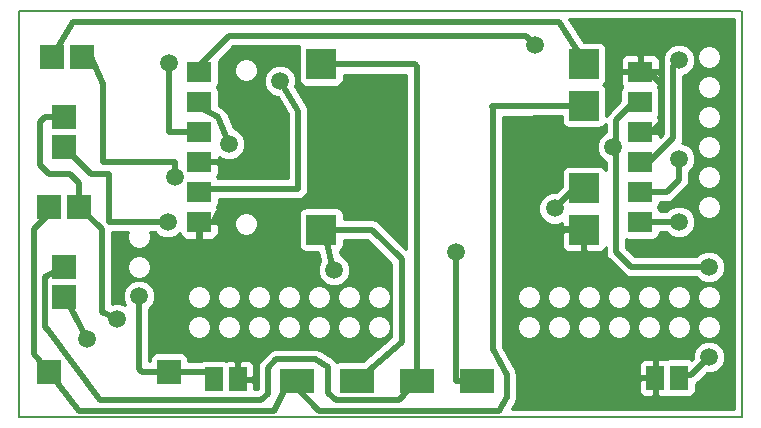
<source format=gbr>
G04 #@! TF.FileFunction,Copper,L2,Bot,Signal*
%FSLAX46Y46*%
G04 Gerber Fmt 4.6, Leading zero omitted, Abs format (unit mm)*
G04 Created by KiCad (PCBNEW 4.0.2-4+6225~38~ubuntu14.04.1-stable) date sön  8 maj 2016 19:12:47*
%MOMM*%
G01*
G04 APERTURE LIST*
%ADD10C,0.100000*%
%ADD11C,0.150000*%
%ADD12R,2.032000X2.032000*%
%ADD13R,2.032000X1.727200*%
%ADD14R,1.500000X2.000000*%
%ADD15R,1.998980X1.998980*%
%ADD16R,2.500000X2.500000*%
%ADD17R,3.000000X2.000000*%
%ADD18R,2.000000X2.000000*%
%ADD19C,1.500000*%
%ADD20C,0.500000*%
%ADD21C,0.254000*%
G04 APERTURE END LIST*
D10*
D11*
X110490000Y-85000000D02*
X171650000Y-85000000D01*
X110490000Y-119380000D02*
X110490000Y-85000000D01*
X171650000Y-119380000D02*
X110490000Y-119380000D01*
X171704000Y-85000000D02*
X171704000Y-119380000D01*
D12*
X115570000Y-101600000D03*
X113030000Y-101600000D03*
X113284000Y-88900000D03*
X115824000Y-88900000D03*
D13*
X125730000Y-90170000D03*
X125730000Y-92710000D03*
X125730000Y-95250000D03*
X125730000Y-97790000D03*
X125730000Y-100330000D03*
X125730000Y-102870000D03*
X163068000Y-102870000D03*
X163068000Y-100330000D03*
X163068000Y-97790000D03*
X163068000Y-95250000D03*
X163068000Y-92710000D03*
X163068000Y-90170000D03*
D14*
X166370000Y-116078000D03*
X164370000Y-116078000D03*
D15*
X123190000Y-115570000D03*
X113030000Y-115570000D03*
D14*
X127000000Y-116205000D03*
X129000000Y-116205000D03*
D16*
X136070000Y-89520000D03*
X136070000Y-103520000D03*
X158320000Y-89520000D03*
X158320000Y-93020000D03*
X158320000Y-103520000D03*
X158320000Y-100020000D03*
D17*
X149225000Y-116332000D03*
X144145000Y-116332000D03*
X139065000Y-116332000D03*
X133985000Y-116332000D03*
D18*
X114300000Y-106680000D03*
X114300000Y-109220000D03*
X114300000Y-93980000D03*
X114300000Y-96520000D03*
D19*
X123698000Y-99060000D03*
X154178000Y-87884000D03*
X128270000Y-96266000D03*
X123190000Y-89408000D03*
X130302000Y-92710000D03*
X153162000Y-94742000D03*
X125730000Y-107061000D03*
X132334000Y-101600000D03*
X132334000Y-97790000D03*
X160782000Y-96520000D03*
X168910000Y-106680000D03*
X168910000Y-114300000D03*
X132588000Y-90932000D03*
X166370000Y-102870000D03*
X166370000Y-97536000D03*
X166370000Y-89154000D03*
X120650000Y-109156500D03*
X147447000Y-105410000D03*
X118745000Y-111125000D03*
X137160000Y-106934000D03*
X116205000Y-112776000D03*
X155829000Y-101727000D03*
X123063000Y-102870000D03*
D20*
X133985000Y-116332000D02*
X133985000Y-116967000D01*
X133985000Y-116967000D02*
X135890000Y-118872000D01*
X150495000Y-93091000D02*
X150622000Y-93210766D01*
X150622000Y-93210766D02*
X150622000Y-113665000D01*
X150622000Y-113665000D02*
X151765000Y-115824000D01*
X151765000Y-115824000D02*
X151765000Y-117729000D01*
X151765000Y-117729000D02*
X151130000Y-118872000D01*
X151130000Y-118872000D02*
X135890000Y-118872000D01*
X157685000Y-93020000D02*
X150495000Y-93091000D01*
X113030000Y-115570000D02*
X115570000Y-118872000D01*
X132080000Y-118872000D02*
X133350000Y-116332000D01*
X115570000Y-118872000D02*
X132080000Y-118872000D01*
X133350000Y-116332000D02*
X133985000Y-116332000D01*
X113030000Y-101600000D02*
X113030000Y-102235000D01*
X113030000Y-102235000D02*
X111760000Y-103505000D01*
X111748614Y-114055634D02*
X113030000Y-115570000D01*
X111760000Y-103505000D02*
X111748614Y-114055634D01*
X112395000Y-114935000D02*
X113030000Y-115570000D01*
X157685000Y-93020000D02*
X157155000Y-93020000D01*
X158320000Y-89520000D02*
X158320000Y-89232000D01*
X158320000Y-89232000D02*
X156210000Y-85979000D01*
X115062000Y-85979000D02*
X113284000Y-88900000D01*
X156210000Y-85979000D02*
X115062000Y-85979000D01*
X113030000Y-88646000D02*
X113030000Y-88900000D01*
X158320000Y-89520000D02*
X158320000Y-89105000D01*
X158320000Y-89520000D02*
X158320000Y-89740000D01*
X123698000Y-97790000D02*
X123698000Y-99060000D01*
X117602000Y-97790000D02*
X123698000Y-97790000D01*
X117602000Y-91186000D02*
X117602000Y-97790000D01*
X116586000Y-88900000D02*
X117602000Y-91186000D01*
X115824000Y-88900000D02*
X116586000Y-88900000D01*
X125730000Y-90170000D02*
X125730000Y-89662000D01*
X125730000Y-89662000D02*
X128270000Y-87122000D01*
X153416000Y-87122000D02*
X154178000Y-87884000D01*
X128270000Y-87122000D02*
X153416000Y-87122000D01*
X125476000Y-92964000D02*
X127336062Y-94026892D01*
X127336062Y-94026892D02*
X128270000Y-96266000D01*
X125730000Y-95250000D02*
X123190000Y-95250000D01*
X123190000Y-95250000D02*
X123190000Y-89408000D01*
X130302000Y-97790000D02*
X130302000Y-92710000D01*
X154686000Y-103505000D02*
X154305000Y-103505000D01*
X153162000Y-102108000D02*
X154305000Y-103505000D01*
X153162000Y-94742000D02*
X153162000Y-102108000D01*
X154686000Y-103505000D02*
X153289000Y-103505000D01*
X154178000Y-116078000D02*
X164370000Y-116078000D01*
X151638000Y-113538000D02*
X154178000Y-116078000D01*
X151638000Y-105156000D02*
X151638000Y-113538000D01*
X153289000Y-103505000D02*
X151638000Y-105156000D01*
X163068000Y-90170000D02*
X163830000Y-90170000D01*
X163830000Y-90170000D02*
X164846000Y-91186000D01*
X164846000Y-91186000D02*
X164846000Y-94488000D01*
X164846000Y-94488000D02*
X164084000Y-95250000D01*
X164084000Y-95250000D02*
X163068000Y-95250000D01*
X127762000Y-101346000D02*
X132080000Y-101346000D01*
X126873000Y-102870000D02*
X127762000Y-101346000D01*
X125730000Y-97790000D02*
X130302000Y-97790000D01*
X130302000Y-97790000D02*
X132334000Y-97790000D01*
X126873000Y-102870000D02*
X125730000Y-102870000D01*
X132080000Y-101346000D02*
X132334000Y-101600000D01*
X125730000Y-107061000D02*
X125730000Y-102870000D01*
X154686000Y-103505000D02*
X158305000Y-103505000D01*
X158305000Y-103505000D02*
X158320000Y-103520000D01*
X161036000Y-94234000D02*
X161036000Y-96266000D01*
X162560000Y-92710000D02*
X161036000Y-94234000D01*
X162306000Y-106680000D02*
X162052000Y-106426000D01*
X162052000Y-106426000D02*
X161036000Y-105410000D01*
X168910000Y-106680000D02*
X162306000Y-106680000D01*
X161036000Y-96266000D02*
X161036000Y-105410000D01*
X167386000Y-115824000D02*
X166624000Y-115824000D01*
X166624000Y-115824000D02*
X166370000Y-116078000D01*
X167386000Y-115824000D02*
X167640000Y-115570000D01*
X168910000Y-114300000D02*
X167386000Y-115824000D01*
X163068000Y-92710000D02*
X162560000Y-92710000D01*
X125476000Y-100076000D02*
X133604000Y-100076000D01*
X134112000Y-93472000D02*
X132588000Y-90932000D01*
X134112000Y-100076000D02*
X134112000Y-93472000D01*
X133604000Y-100076000D02*
X134112000Y-100076000D01*
X132588000Y-90932000D02*
X132588000Y-90932000D01*
X163068000Y-102870000D02*
X166370000Y-102870000D01*
X165354000Y-100330000D02*
X166370000Y-99314000D01*
X166370000Y-99314000D02*
X166370000Y-97536000D01*
X165354000Y-100330000D02*
X164084000Y-100330000D01*
X165862000Y-89916000D02*
X165862000Y-89662000D01*
X165862000Y-95758000D02*
X165862000Y-89916000D01*
X163830000Y-97790000D02*
X165862000Y-95758000D01*
X165862000Y-89662000D02*
X166370000Y-89154000D01*
X163576000Y-97790000D02*
X163830000Y-97790000D01*
X123190000Y-115570000D02*
X120904000Y-115570000D01*
X120650000Y-115316000D02*
X120650000Y-109156500D01*
X120904000Y-115570000D02*
X120650000Y-115316000D01*
X123190000Y-115570000D02*
X126365000Y-115570000D01*
X126365000Y-115570000D02*
X127000000Y-116205000D01*
X112268000Y-94996000D02*
X112268000Y-94424500D01*
X113030000Y-98806000D02*
X112268000Y-98044000D01*
X112268000Y-98044000D02*
X112268000Y-94996000D01*
X114808000Y-98806000D02*
X115570000Y-99568000D01*
X115570000Y-101600000D02*
X115570000Y-99568000D01*
X114808000Y-98806000D02*
X113030000Y-98806000D01*
X112712500Y-93980000D02*
X114300000Y-93980000D01*
X112268000Y-94424500D02*
X112712500Y-93980000D01*
X149225000Y-116332000D02*
X147447000Y-116332000D01*
X118745000Y-111125000D02*
X117475000Y-110490000D01*
X117475000Y-110490000D02*
X117475000Y-103505000D01*
X117475000Y-103505000D02*
X115570000Y-101600000D01*
X147447000Y-116332000D02*
X147447000Y-105410000D01*
X144145000Y-96647000D02*
X144145000Y-104775000D01*
X144145000Y-89759000D02*
X144145000Y-96647000D01*
X117348526Y-117941313D02*
X131018231Y-117941313D01*
X112649000Y-111760000D02*
X112649000Y-107505500D01*
X114300000Y-106680000D02*
X112649000Y-107505500D01*
X117348526Y-117941313D02*
X112903000Y-112014000D01*
X131572000Y-117475000D02*
X131081835Y-117877709D01*
X131572000Y-115252500D02*
X131572000Y-117475000D01*
X132270500Y-114490500D02*
X131572000Y-115252500D01*
X135509000Y-114490500D02*
X132270500Y-114490500D01*
X136652000Y-115189000D02*
X135509000Y-114490500D01*
X136652000Y-117348000D02*
X136652000Y-115189000D01*
X137287000Y-117983000D02*
X136652000Y-117348000D01*
X142621000Y-117983000D02*
X137287000Y-117983000D01*
X142621000Y-117983000D02*
X144145000Y-116332000D01*
X112903000Y-112014000D02*
X112649000Y-111760000D01*
X131018231Y-117941313D02*
X131081835Y-117877709D01*
X136320000Y-89520000D02*
X144018005Y-89532061D01*
X144018005Y-89532061D02*
X144145000Y-89759000D01*
X144145000Y-89647000D02*
X144145000Y-89759000D01*
X144145000Y-104775000D02*
X144145000Y-116332000D01*
X142875000Y-106045000D02*
X142875000Y-113030000D01*
X140350000Y-103520000D02*
X142875000Y-106045000D01*
X137082000Y-106856000D02*
X137160000Y-106934000D01*
X114300000Y-109093000D02*
X116205000Y-112776000D01*
X137082000Y-106856000D02*
X136320000Y-103520000D01*
X136320000Y-103520000D02*
X140350000Y-103520000D01*
X142875000Y-113030000D02*
X139065000Y-116332000D01*
X114300000Y-96520000D02*
X116586000Y-98806000D01*
X155829000Y-101727000D02*
X157536000Y-100020000D01*
X118110000Y-98806000D02*
X116586000Y-98806000D01*
X118110000Y-102870000D02*
X118110000Y-98806000D01*
X123063000Y-102870000D02*
X118110000Y-102870000D01*
X157536000Y-100020000D02*
X158320000Y-100020000D01*
D21*
G36*
X170994000Y-118670000D02*
X152254626Y-118670000D01*
X152538629Y-118158794D01*
X152554250Y-118110153D01*
X152582633Y-118067675D01*
X152606620Y-117947084D01*
X152644215Y-117830022D01*
X152640033Y-117779106D01*
X152650000Y-117729000D01*
X152650000Y-116363750D01*
X162985000Y-116363750D01*
X162985000Y-117204310D01*
X163081673Y-117437699D01*
X163260302Y-117616327D01*
X163493691Y-117713000D01*
X164084250Y-117713000D01*
X164243000Y-117554250D01*
X164243000Y-116205000D01*
X163143750Y-116205000D01*
X162985000Y-116363750D01*
X152650000Y-116363750D01*
X152650000Y-115824000D01*
X152641779Y-115782673D01*
X152646076Y-115740757D01*
X152608335Y-115614539D01*
X152582633Y-115485325D01*
X152559223Y-115450289D01*
X152547152Y-115409920D01*
X152304560Y-114951690D01*
X162985000Y-114951690D01*
X162985000Y-115792250D01*
X163143750Y-115951000D01*
X164243000Y-115951000D01*
X164243000Y-114601750D01*
X164497000Y-114601750D01*
X164497000Y-115951000D01*
X164517000Y-115951000D01*
X164517000Y-116205000D01*
X164497000Y-116205000D01*
X164497000Y-117554250D01*
X164655750Y-117713000D01*
X165246309Y-117713000D01*
X165357283Y-117667033D01*
X165368110Y-117674431D01*
X165620000Y-117725440D01*
X167120000Y-117725440D01*
X167355317Y-117681162D01*
X167571441Y-117542090D01*
X167716431Y-117329890D01*
X167767440Y-117078000D01*
X167767440Y-116613059D01*
X168011790Y-116449790D01*
X168129580Y-116332000D01*
X168776695Y-115684884D01*
X169184285Y-115685240D01*
X169693515Y-115474831D01*
X170083461Y-115085564D01*
X170294759Y-114576702D01*
X170295240Y-114025715D01*
X170084831Y-113516485D01*
X169695564Y-113126539D01*
X169186702Y-112915241D01*
X168635715Y-112914760D01*
X168126485Y-113125169D01*
X167736539Y-113514436D01*
X167525241Y-114023298D01*
X167524883Y-114433538D01*
X167434246Y-114524175D01*
X167371890Y-114481569D01*
X167120000Y-114430560D01*
X165620000Y-114430560D01*
X165384683Y-114474838D01*
X165360594Y-114490339D01*
X165246309Y-114443000D01*
X164655750Y-114443000D01*
X164497000Y-114601750D01*
X164243000Y-114601750D01*
X164084250Y-114443000D01*
X163493691Y-114443000D01*
X163260302Y-114539673D01*
X163081673Y-114718301D01*
X162985000Y-114951690D01*
X152304560Y-114951690D01*
X151507000Y-113445188D01*
X151507000Y-111961208D01*
X152653824Y-111961208D01*
X152808175Y-112334766D01*
X153093731Y-112620821D01*
X153467018Y-112775824D01*
X153871208Y-112776176D01*
X154244766Y-112621825D01*
X154530821Y-112336269D01*
X154685824Y-111962982D01*
X154685825Y-111961208D01*
X155193824Y-111961208D01*
X155348175Y-112334766D01*
X155633731Y-112620821D01*
X156007018Y-112775824D01*
X156411208Y-112776176D01*
X156784766Y-112621825D01*
X157070821Y-112336269D01*
X157225824Y-111962982D01*
X157225825Y-111961208D01*
X157733824Y-111961208D01*
X157888175Y-112334766D01*
X158173731Y-112620821D01*
X158547018Y-112775824D01*
X158951208Y-112776176D01*
X159324766Y-112621825D01*
X159610821Y-112336269D01*
X159765824Y-111962982D01*
X159765825Y-111961208D01*
X160273824Y-111961208D01*
X160428175Y-112334766D01*
X160713731Y-112620821D01*
X161087018Y-112775824D01*
X161491208Y-112776176D01*
X161864766Y-112621825D01*
X162150821Y-112336269D01*
X162305824Y-111962982D01*
X162305825Y-111961208D01*
X162813824Y-111961208D01*
X162968175Y-112334766D01*
X163253731Y-112620821D01*
X163627018Y-112775824D01*
X164031208Y-112776176D01*
X164404766Y-112621825D01*
X164690821Y-112336269D01*
X164845824Y-111962982D01*
X164845825Y-111961208D01*
X165353824Y-111961208D01*
X165508175Y-112334766D01*
X165793731Y-112620821D01*
X166167018Y-112775824D01*
X166571208Y-112776176D01*
X166944766Y-112621825D01*
X167230821Y-112336269D01*
X167385824Y-111962982D01*
X167385825Y-111961208D01*
X167893824Y-111961208D01*
X168048175Y-112334766D01*
X168333731Y-112620821D01*
X168707018Y-112775824D01*
X169111208Y-112776176D01*
X169484766Y-112621825D01*
X169770821Y-112336269D01*
X169925824Y-111962982D01*
X169926176Y-111558792D01*
X169771825Y-111185234D01*
X169486269Y-110899179D01*
X169112982Y-110744176D01*
X168708792Y-110743824D01*
X168335234Y-110898175D01*
X168049179Y-111183731D01*
X167894176Y-111557018D01*
X167893824Y-111961208D01*
X167385825Y-111961208D01*
X167386176Y-111558792D01*
X167231825Y-111185234D01*
X166946269Y-110899179D01*
X166572982Y-110744176D01*
X166168792Y-110743824D01*
X165795234Y-110898175D01*
X165509179Y-111183731D01*
X165354176Y-111557018D01*
X165353824Y-111961208D01*
X164845825Y-111961208D01*
X164846176Y-111558792D01*
X164691825Y-111185234D01*
X164406269Y-110899179D01*
X164032982Y-110744176D01*
X163628792Y-110743824D01*
X163255234Y-110898175D01*
X162969179Y-111183731D01*
X162814176Y-111557018D01*
X162813824Y-111961208D01*
X162305825Y-111961208D01*
X162306176Y-111558792D01*
X162151825Y-111185234D01*
X161866269Y-110899179D01*
X161492982Y-110744176D01*
X161088792Y-110743824D01*
X160715234Y-110898175D01*
X160429179Y-111183731D01*
X160274176Y-111557018D01*
X160273824Y-111961208D01*
X159765825Y-111961208D01*
X159766176Y-111558792D01*
X159611825Y-111185234D01*
X159326269Y-110899179D01*
X158952982Y-110744176D01*
X158548792Y-110743824D01*
X158175234Y-110898175D01*
X157889179Y-111183731D01*
X157734176Y-111557018D01*
X157733824Y-111961208D01*
X157225825Y-111961208D01*
X157226176Y-111558792D01*
X157071825Y-111185234D01*
X156786269Y-110899179D01*
X156412982Y-110744176D01*
X156008792Y-110743824D01*
X155635234Y-110898175D01*
X155349179Y-111183731D01*
X155194176Y-111557018D01*
X155193824Y-111961208D01*
X154685825Y-111961208D01*
X154686176Y-111558792D01*
X154531825Y-111185234D01*
X154246269Y-110899179D01*
X153872982Y-110744176D01*
X153468792Y-110743824D01*
X153095234Y-110898175D01*
X152809179Y-111183731D01*
X152654176Y-111557018D01*
X152653824Y-111961208D01*
X151507000Y-111961208D01*
X151507000Y-109421208D01*
X152653824Y-109421208D01*
X152808175Y-109794766D01*
X153093731Y-110080821D01*
X153467018Y-110235824D01*
X153871208Y-110236176D01*
X154244766Y-110081825D01*
X154530821Y-109796269D01*
X154685824Y-109422982D01*
X154685825Y-109421208D01*
X155193824Y-109421208D01*
X155348175Y-109794766D01*
X155633731Y-110080821D01*
X156007018Y-110235824D01*
X156411208Y-110236176D01*
X156784766Y-110081825D01*
X157070821Y-109796269D01*
X157225824Y-109422982D01*
X157225825Y-109421208D01*
X157733824Y-109421208D01*
X157888175Y-109794766D01*
X158173731Y-110080821D01*
X158547018Y-110235824D01*
X158951208Y-110236176D01*
X159324766Y-110081825D01*
X159610821Y-109796269D01*
X159765824Y-109422982D01*
X159765825Y-109421208D01*
X160273824Y-109421208D01*
X160428175Y-109794766D01*
X160713731Y-110080821D01*
X161087018Y-110235824D01*
X161491208Y-110236176D01*
X161864766Y-110081825D01*
X162150821Y-109796269D01*
X162305824Y-109422982D01*
X162305825Y-109421208D01*
X162813824Y-109421208D01*
X162968175Y-109794766D01*
X163253731Y-110080821D01*
X163627018Y-110235824D01*
X164031208Y-110236176D01*
X164404766Y-110081825D01*
X164690821Y-109796269D01*
X164845824Y-109422982D01*
X164845825Y-109421208D01*
X165353824Y-109421208D01*
X165508175Y-109794766D01*
X165793731Y-110080821D01*
X166167018Y-110235824D01*
X166571208Y-110236176D01*
X166944766Y-110081825D01*
X167230821Y-109796269D01*
X167385824Y-109422982D01*
X167385825Y-109421208D01*
X167893824Y-109421208D01*
X168048175Y-109794766D01*
X168333731Y-110080821D01*
X168707018Y-110235824D01*
X169111208Y-110236176D01*
X169484766Y-110081825D01*
X169770821Y-109796269D01*
X169925824Y-109422982D01*
X169926176Y-109018792D01*
X169771825Y-108645234D01*
X169486269Y-108359179D01*
X169112982Y-108204176D01*
X168708792Y-108203824D01*
X168335234Y-108358175D01*
X168049179Y-108643731D01*
X167894176Y-109017018D01*
X167893824Y-109421208D01*
X167385825Y-109421208D01*
X167386176Y-109018792D01*
X167231825Y-108645234D01*
X166946269Y-108359179D01*
X166572982Y-108204176D01*
X166168792Y-108203824D01*
X165795234Y-108358175D01*
X165509179Y-108643731D01*
X165354176Y-109017018D01*
X165353824Y-109421208D01*
X164845825Y-109421208D01*
X164846176Y-109018792D01*
X164691825Y-108645234D01*
X164406269Y-108359179D01*
X164032982Y-108204176D01*
X163628792Y-108203824D01*
X163255234Y-108358175D01*
X162969179Y-108643731D01*
X162814176Y-109017018D01*
X162813824Y-109421208D01*
X162305825Y-109421208D01*
X162306176Y-109018792D01*
X162151825Y-108645234D01*
X161866269Y-108359179D01*
X161492982Y-108204176D01*
X161088792Y-108203824D01*
X160715234Y-108358175D01*
X160429179Y-108643731D01*
X160274176Y-109017018D01*
X160273824Y-109421208D01*
X159765825Y-109421208D01*
X159766176Y-109018792D01*
X159611825Y-108645234D01*
X159326269Y-108359179D01*
X158952982Y-108204176D01*
X158548792Y-108203824D01*
X158175234Y-108358175D01*
X157889179Y-108643731D01*
X157734176Y-109017018D01*
X157733824Y-109421208D01*
X157225825Y-109421208D01*
X157226176Y-109018792D01*
X157071825Y-108645234D01*
X156786269Y-108359179D01*
X156412982Y-108204176D01*
X156008792Y-108203824D01*
X155635234Y-108358175D01*
X155349179Y-108643731D01*
X155194176Y-109017018D01*
X155193824Y-109421208D01*
X154685825Y-109421208D01*
X154686176Y-109018792D01*
X154531825Y-108645234D01*
X154246269Y-108359179D01*
X153872982Y-108204176D01*
X153468792Y-108203824D01*
X153095234Y-108358175D01*
X152809179Y-108643731D01*
X152654176Y-109017018D01*
X152653824Y-109421208D01*
X151507000Y-109421208D01*
X151507000Y-103805750D01*
X156435000Y-103805750D01*
X156435000Y-104896310D01*
X156531673Y-105129699D01*
X156710302Y-105308327D01*
X156943691Y-105405000D01*
X158034250Y-105405000D01*
X158193000Y-105246250D01*
X158193000Y-103647000D01*
X156593750Y-103647000D01*
X156435000Y-103805750D01*
X151507000Y-103805750D01*
X151507000Y-93966050D01*
X156422560Y-93917510D01*
X156422560Y-94270000D01*
X156466838Y-94505317D01*
X156605910Y-94721441D01*
X156818110Y-94866431D01*
X157070000Y-94917440D01*
X159570000Y-94917440D01*
X159805317Y-94873162D01*
X160021441Y-94734090D01*
X160151000Y-94544474D01*
X160151000Y-95282151D01*
X159998485Y-95345169D01*
X159608539Y-95734436D01*
X159397241Y-96243298D01*
X159396760Y-96794285D01*
X159607169Y-97303515D01*
X159996436Y-97693461D01*
X160151000Y-97757642D01*
X160151000Y-98500242D01*
X160034090Y-98318559D01*
X159821890Y-98173569D01*
X159570000Y-98122560D01*
X157070000Y-98122560D01*
X156834683Y-98166838D01*
X156618559Y-98305910D01*
X156473569Y-98518110D01*
X156422560Y-98770000D01*
X156422560Y-99881861D01*
X155962305Y-100342116D01*
X155554715Y-100341760D01*
X155045485Y-100552169D01*
X154655539Y-100941436D01*
X154444241Y-101450298D01*
X154443760Y-102001285D01*
X154654169Y-102510515D01*
X155043436Y-102900461D01*
X155552298Y-103111759D01*
X156103285Y-103112240D01*
X156435000Y-102975179D01*
X156435000Y-103234250D01*
X156593750Y-103393000D01*
X158193000Y-103393000D01*
X158193000Y-103373000D01*
X158447000Y-103373000D01*
X158447000Y-103393000D01*
X158467000Y-103393000D01*
X158467000Y-103647000D01*
X158447000Y-103647000D01*
X158447000Y-105246250D01*
X158605750Y-105405000D01*
X159696309Y-105405000D01*
X159929698Y-105308327D01*
X160108327Y-105129699D01*
X160151000Y-105026677D01*
X160151000Y-105409995D01*
X160150999Y-105410000D01*
X160187328Y-105592633D01*
X160218367Y-105748675D01*
X160311749Y-105888432D01*
X160410210Y-106035790D01*
X161426208Y-107051787D01*
X161426210Y-107051790D01*
X161680208Y-107305787D01*
X161680210Y-107305790D01*
X161916264Y-107463515D01*
X161967325Y-107497633D01*
X162306000Y-107565001D01*
X162306005Y-107565000D01*
X167836477Y-107565000D01*
X168124436Y-107853461D01*
X168633298Y-108064759D01*
X169184285Y-108065240D01*
X169693515Y-107854831D01*
X170083461Y-107465564D01*
X170294759Y-106956702D01*
X170295240Y-106405715D01*
X170084831Y-105896485D01*
X169695564Y-105506539D01*
X169186702Y-105295241D01*
X168635715Y-105294760D01*
X168126485Y-105505169D01*
X167836148Y-105795000D01*
X162672579Y-105795000D01*
X161921000Y-105043420D01*
X161921000Y-104354512D01*
X162052000Y-104381040D01*
X164084000Y-104381040D01*
X164319317Y-104336762D01*
X164535441Y-104197690D01*
X164680431Y-103985490D01*
X164727106Y-103755000D01*
X165296477Y-103755000D01*
X165584436Y-104043461D01*
X166093298Y-104254759D01*
X166644285Y-104255240D01*
X167153515Y-104044831D01*
X167543461Y-103655564D01*
X167754759Y-103146702D01*
X167755240Y-102595715D01*
X167544831Y-102086485D01*
X167260051Y-101801208D01*
X167893824Y-101801208D01*
X168048175Y-102174766D01*
X168333731Y-102460821D01*
X168707018Y-102615824D01*
X169111208Y-102616176D01*
X169484766Y-102461825D01*
X169770821Y-102176269D01*
X169925824Y-101802982D01*
X169926176Y-101398792D01*
X169771825Y-101025234D01*
X169486269Y-100739179D01*
X169112982Y-100584176D01*
X168708792Y-100583824D01*
X168335234Y-100738175D01*
X168049179Y-101023731D01*
X167894176Y-101397018D01*
X167893824Y-101801208D01*
X167260051Y-101801208D01*
X167155564Y-101696539D01*
X166646702Y-101485241D01*
X166095715Y-101484760D01*
X165586485Y-101695169D01*
X165296148Y-101985000D01*
X164727413Y-101985000D01*
X164687162Y-101771083D01*
X164575999Y-101598331D01*
X164680431Y-101445490D01*
X164727106Y-101215000D01*
X165353995Y-101215000D01*
X165354000Y-101215001D01*
X165636484Y-101158810D01*
X165692675Y-101147633D01*
X165979790Y-100955790D01*
X166995787Y-99939792D01*
X166995790Y-99939790D01*
X167187633Y-99652675D01*
X167224686Y-99466400D01*
X167255001Y-99314000D01*
X167255000Y-99313995D01*
X167255000Y-99261208D01*
X167893824Y-99261208D01*
X168048175Y-99634766D01*
X168333731Y-99920821D01*
X168707018Y-100075824D01*
X169111208Y-100076176D01*
X169484766Y-99921825D01*
X169770821Y-99636269D01*
X169925824Y-99262982D01*
X169926176Y-98858792D01*
X169771825Y-98485234D01*
X169486269Y-98199179D01*
X169112982Y-98044176D01*
X168708792Y-98043824D01*
X168335234Y-98198175D01*
X168049179Y-98483731D01*
X167894176Y-98857018D01*
X167893824Y-99261208D01*
X167255000Y-99261208D01*
X167255000Y-98609523D01*
X167543461Y-98321564D01*
X167754759Y-97812702D01*
X167755240Y-97261715D01*
X167544831Y-96752485D01*
X167513609Y-96721208D01*
X167893824Y-96721208D01*
X168048175Y-97094766D01*
X168333731Y-97380821D01*
X168707018Y-97535824D01*
X169111208Y-97536176D01*
X169484766Y-97381825D01*
X169770821Y-97096269D01*
X169925824Y-96722982D01*
X169926176Y-96318792D01*
X169771825Y-95945234D01*
X169486269Y-95659179D01*
X169112982Y-95504176D01*
X168708792Y-95503824D01*
X168335234Y-95658175D01*
X168049179Y-95943731D01*
X167894176Y-96317018D01*
X167893824Y-96721208D01*
X167513609Y-96721208D01*
X167155564Y-96362539D01*
X166646702Y-96151241D01*
X166643175Y-96151238D01*
X166679633Y-96096675D01*
X166713319Y-95927325D01*
X166747001Y-95758000D01*
X166747000Y-95757995D01*
X166747000Y-94181208D01*
X167893824Y-94181208D01*
X168048175Y-94554766D01*
X168333731Y-94840821D01*
X168707018Y-94995824D01*
X169111208Y-94996176D01*
X169484766Y-94841825D01*
X169770821Y-94556269D01*
X169925824Y-94182982D01*
X169926176Y-93778792D01*
X169771825Y-93405234D01*
X169486269Y-93119179D01*
X169112982Y-92964176D01*
X168708792Y-92963824D01*
X168335234Y-93118175D01*
X168049179Y-93403731D01*
X167894176Y-93777018D01*
X167893824Y-94181208D01*
X166747000Y-94181208D01*
X166747000Y-91641208D01*
X167893824Y-91641208D01*
X168048175Y-92014766D01*
X168333731Y-92300821D01*
X168707018Y-92455824D01*
X169111208Y-92456176D01*
X169484766Y-92301825D01*
X169770821Y-92016269D01*
X169925824Y-91642982D01*
X169926176Y-91238792D01*
X169771825Y-90865234D01*
X169486269Y-90579179D01*
X169112982Y-90424176D01*
X168708792Y-90423824D01*
X168335234Y-90578175D01*
X168049179Y-90863731D01*
X167894176Y-91237018D01*
X167893824Y-91641208D01*
X166747000Y-91641208D01*
X166747000Y-90496799D01*
X167153515Y-90328831D01*
X167543461Y-89939564D01*
X167754759Y-89430702D01*
X167755046Y-89101208D01*
X167893824Y-89101208D01*
X168048175Y-89474766D01*
X168333731Y-89760821D01*
X168707018Y-89915824D01*
X169111208Y-89916176D01*
X169484766Y-89761825D01*
X169770821Y-89476269D01*
X169925824Y-89102982D01*
X169926176Y-88698792D01*
X169771825Y-88325234D01*
X169486269Y-88039179D01*
X169112982Y-87884176D01*
X168708792Y-87883824D01*
X168335234Y-88038175D01*
X168049179Y-88323731D01*
X167894176Y-88697018D01*
X167893824Y-89101208D01*
X167755046Y-89101208D01*
X167755240Y-88879715D01*
X167544831Y-88370485D01*
X167155564Y-87980539D01*
X166646702Y-87769241D01*
X166095715Y-87768760D01*
X165586485Y-87979169D01*
X165196539Y-88368436D01*
X164985241Y-88877298D01*
X164984760Y-89428285D01*
X165010903Y-89491556D01*
X164976999Y-89662000D01*
X164977000Y-89662005D01*
X164977000Y-95391421D01*
X164719000Y-95649421D01*
X164719000Y-95535750D01*
X164560250Y-95377000D01*
X163195000Y-95377000D01*
X163195000Y-95397000D01*
X162941000Y-95397000D01*
X162941000Y-95377000D01*
X162921000Y-95377000D01*
X162921000Y-95123000D01*
X162941000Y-95123000D01*
X162941000Y-95103000D01*
X163195000Y-95103000D01*
X163195000Y-95123000D01*
X164560250Y-95123000D01*
X164719000Y-94964250D01*
X164719000Y-94260090D01*
X164622327Y-94026701D01*
X164575170Y-93979544D01*
X164680431Y-93825490D01*
X164731440Y-93573600D01*
X164731440Y-91846400D01*
X164687162Y-91611083D01*
X164576506Y-91439119D01*
X164622327Y-91393299D01*
X164719000Y-91159910D01*
X164719000Y-90455750D01*
X164560250Y-90297000D01*
X163195000Y-90297000D01*
X163195000Y-90317000D01*
X162941000Y-90317000D01*
X162941000Y-90297000D01*
X161575750Y-90297000D01*
X161417000Y-90455750D01*
X161417000Y-91159910D01*
X161513673Y-91393299D01*
X161560830Y-91440456D01*
X161455569Y-91594510D01*
X161404560Y-91846400D01*
X161404560Y-92613861D01*
X160410210Y-93608210D01*
X160218367Y-93895325D01*
X160218367Y-93895326D01*
X160217440Y-93899986D01*
X160217440Y-91770000D01*
X160173162Y-91534683D01*
X160034090Y-91318559D01*
X159964289Y-91270866D01*
X160021441Y-91234090D01*
X160166431Y-91021890D01*
X160217440Y-90770000D01*
X160217440Y-89180090D01*
X161417000Y-89180090D01*
X161417000Y-89884250D01*
X161575750Y-90043000D01*
X162941000Y-90043000D01*
X162941000Y-88830150D01*
X163195000Y-88830150D01*
X163195000Y-90043000D01*
X164560250Y-90043000D01*
X164719000Y-89884250D01*
X164719000Y-89180090D01*
X164622327Y-88946701D01*
X164443698Y-88768073D01*
X164210309Y-88671400D01*
X163353750Y-88671400D01*
X163195000Y-88830150D01*
X162941000Y-88830150D01*
X162782250Y-88671400D01*
X161925691Y-88671400D01*
X161692302Y-88768073D01*
X161513673Y-88946701D01*
X161417000Y-89180090D01*
X160217440Y-89180090D01*
X160217440Y-88270000D01*
X160173162Y-88034683D01*
X160034090Y-87818559D01*
X159821890Y-87673569D01*
X159570000Y-87622560D01*
X158330933Y-87622560D01*
X157090385Y-85710000D01*
X170994000Y-85710000D01*
X170994000Y-118670000D01*
X170994000Y-118670000D01*
G37*
X170994000Y-118670000D02*
X152254626Y-118670000D01*
X152538629Y-118158794D01*
X152554250Y-118110153D01*
X152582633Y-118067675D01*
X152606620Y-117947084D01*
X152644215Y-117830022D01*
X152640033Y-117779106D01*
X152650000Y-117729000D01*
X152650000Y-116363750D01*
X162985000Y-116363750D01*
X162985000Y-117204310D01*
X163081673Y-117437699D01*
X163260302Y-117616327D01*
X163493691Y-117713000D01*
X164084250Y-117713000D01*
X164243000Y-117554250D01*
X164243000Y-116205000D01*
X163143750Y-116205000D01*
X162985000Y-116363750D01*
X152650000Y-116363750D01*
X152650000Y-115824000D01*
X152641779Y-115782673D01*
X152646076Y-115740757D01*
X152608335Y-115614539D01*
X152582633Y-115485325D01*
X152559223Y-115450289D01*
X152547152Y-115409920D01*
X152304560Y-114951690D01*
X162985000Y-114951690D01*
X162985000Y-115792250D01*
X163143750Y-115951000D01*
X164243000Y-115951000D01*
X164243000Y-114601750D01*
X164497000Y-114601750D01*
X164497000Y-115951000D01*
X164517000Y-115951000D01*
X164517000Y-116205000D01*
X164497000Y-116205000D01*
X164497000Y-117554250D01*
X164655750Y-117713000D01*
X165246309Y-117713000D01*
X165357283Y-117667033D01*
X165368110Y-117674431D01*
X165620000Y-117725440D01*
X167120000Y-117725440D01*
X167355317Y-117681162D01*
X167571441Y-117542090D01*
X167716431Y-117329890D01*
X167767440Y-117078000D01*
X167767440Y-116613059D01*
X168011790Y-116449790D01*
X168129580Y-116332000D01*
X168776695Y-115684884D01*
X169184285Y-115685240D01*
X169693515Y-115474831D01*
X170083461Y-115085564D01*
X170294759Y-114576702D01*
X170295240Y-114025715D01*
X170084831Y-113516485D01*
X169695564Y-113126539D01*
X169186702Y-112915241D01*
X168635715Y-112914760D01*
X168126485Y-113125169D01*
X167736539Y-113514436D01*
X167525241Y-114023298D01*
X167524883Y-114433538D01*
X167434246Y-114524175D01*
X167371890Y-114481569D01*
X167120000Y-114430560D01*
X165620000Y-114430560D01*
X165384683Y-114474838D01*
X165360594Y-114490339D01*
X165246309Y-114443000D01*
X164655750Y-114443000D01*
X164497000Y-114601750D01*
X164243000Y-114601750D01*
X164084250Y-114443000D01*
X163493691Y-114443000D01*
X163260302Y-114539673D01*
X163081673Y-114718301D01*
X162985000Y-114951690D01*
X152304560Y-114951690D01*
X151507000Y-113445188D01*
X151507000Y-111961208D01*
X152653824Y-111961208D01*
X152808175Y-112334766D01*
X153093731Y-112620821D01*
X153467018Y-112775824D01*
X153871208Y-112776176D01*
X154244766Y-112621825D01*
X154530821Y-112336269D01*
X154685824Y-111962982D01*
X154685825Y-111961208D01*
X155193824Y-111961208D01*
X155348175Y-112334766D01*
X155633731Y-112620821D01*
X156007018Y-112775824D01*
X156411208Y-112776176D01*
X156784766Y-112621825D01*
X157070821Y-112336269D01*
X157225824Y-111962982D01*
X157225825Y-111961208D01*
X157733824Y-111961208D01*
X157888175Y-112334766D01*
X158173731Y-112620821D01*
X158547018Y-112775824D01*
X158951208Y-112776176D01*
X159324766Y-112621825D01*
X159610821Y-112336269D01*
X159765824Y-111962982D01*
X159765825Y-111961208D01*
X160273824Y-111961208D01*
X160428175Y-112334766D01*
X160713731Y-112620821D01*
X161087018Y-112775824D01*
X161491208Y-112776176D01*
X161864766Y-112621825D01*
X162150821Y-112336269D01*
X162305824Y-111962982D01*
X162305825Y-111961208D01*
X162813824Y-111961208D01*
X162968175Y-112334766D01*
X163253731Y-112620821D01*
X163627018Y-112775824D01*
X164031208Y-112776176D01*
X164404766Y-112621825D01*
X164690821Y-112336269D01*
X164845824Y-111962982D01*
X164845825Y-111961208D01*
X165353824Y-111961208D01*
X165508175Y-112334766D01*
X165793731Y-112620821D01*
X166167018Y-112775824D01*
X166571208Y-112776176D01*
X166944766Y-112621825D01*
X167230821Y-112336269D01*
X167385824Y-111962982D01*
X167385825Y-111961208D01*
X167893824Y-111961208D01*
X168048175Y-112334766D01*
X168333731Y-112620821D01*
X168707018Y-112775824D01*
X169111208Y-112776176D01*
X169484766Y-112621825D01*
X169770821Y-112336269D01*
X169925824Y-111962982D01*
X169926176Y-111558792D01*
X169771825Y-111185234D01*
X169486269Y-110899179D01*
X169112982Y-110744176D01*
X168708792Y-110743824D01*
X168335234Y-110898175D01*
X168049179Y-111183731D01*
X167894176Y-111557018D01*
X167893824Y-111961208D01*
X167385825Y-111961208D01*
X167386176Y-111558792D01*
X167231825Y-111185234D01*
X166946269Y-110899179D01*
X166572982Y-110744176D01*
X166168792Y-110743824D01*
X165795234Y-110898175D01*
X165509179Y-111183731D01*
X165354176Y-111557018D01*
X165353824Y-111961208D01*
X164845825Y-111961208D01*
X164846176Y-111558792D01*
X164691825Y-111185234D01*
X164406269Y-110899179D01*
X164032982Y-110744176D01*
X163628792Y-110743824D01*
X163255234Y-110898175D01*
X162969179Y-111183731D01*
X162814176Y-111557018D01*
X162813824Y-111961208D01*
X162305825Y-111961208D01*
X162306176Y-111558792D01*
X162151825Y-111185234D01*
X161866269Y-110899179D01*
X161492982Y-110744176D01*
X161088792Y-110743824D01*
X160715234Y-110898175D01*
X160429179Y-111183731D01*
X160274176Y-111557018D01*
X160273824Y-111961208D01*
X159765825Y-111961208D01*
X159766176Y-111558792D01*
X159611825Y-111185234D01*
X159326269Y-110899179D01*
X158952982Y-110744176D01*
X158548792Y-110743824D01*
X158175234Y-110898175D01*
X157889179Y-111183731D01*
X157734176Y-111557018D01*
X157733824Y-111961208D01*
X157225825Y-111961208D01*
X157226176Y-111558792D01*
X157071825Y-111185234D01*
X156786269Y-110899179D01*
X156412982Y-110744176D01*
X156008792Y-110743824D01*
X155635234Y-110898175D01*
X155349179Y-111183731D01*
X155194176Y-111557018D01*
X155193824Y-111961208D01*
X154685825Y-111961208D01*
X154686176Y-111558792D01*
X154531825Y-111185234D01*
X154246269Y-110899179D01*
X153872982Y-110744176D01*
X153468792Y-110743824D01*
X153095234Y-110898175D01*
X152809179Y-111183731D01*
X152654176Y-111557018D01*
X152653824Y-111961208D01*
X151507000Y-111961208D01*
X151507000Y-109421208D01*
X152653824Y-109421208D01*
X152808175Y-109794766D01*
X153093731Y-110080821D01*
X153467018Y-110235824D01*
X153871208Y-110236176D01*
X154244766Y-110081825D01*
X154530821Y-109796269D01*
X154685824Y-109422982D01*
X154685825Y-109421208D01*
X155193824Y-109421208D01*
X155348175Y-109794766D01*
X155633731Y-110080821D01*
X156007018Y-110235824D01*
X156411208Y-110236176D01*
X156784766Y-110081825D01*
X157070821Y-109796269D01*
X157225824Y-109422982D01*
X157225825Y-109421208D01*
X157733824Y-109421208D01*
X157888175Y-109794766D01*
X158173731Y-110080821D01*
X158547018Y-110235824D01*
X158951208Y-110236176D01*
X159324766Y-110081825D01*
X159610821Y-109796269D01*
X159765824Y-109422982D01*
X159765825Y-109421208D01*
X160273824Y-109421208D01*
X160428175Y-109794766D01*
X160713731Y-110080821D01*
X161087018Y-110235824D01*
X161491208Y-110236176D01*
X161864766Y-110081825D01*
X162150821Y-109796269D01*
X162305824Y-109422982D01*
X162305825Y-109421208D01*
X162813824Y-109421208D01*
X162968175Y-109794766D01*
X163253731Y-110080821D01*
X163627018Y-110235824D01*
X164031208Y-110236176D01*
X164404766Y-110081825D01*
X164690821Y-109796269D01*
X164845824Y-109422982D01*
X164845825Y-109421208D01*
X165353824Y-109421208D01*
X165508175Y-109794766D01*
X165793731Y-110080821D01*
X166167018Y-110235824D01*
X166571208Y-110236176D01*
X166944766Y-110081825D01*
X167230821Y-109796269D01*
X167385824Y-109422982D01*
X167385825Y-109421208D01*
X167893824Y-109421208D01*
X168048175Y-109794766D01*
X168333731Y-110080821D01*
X168707018Y-110235824D01*
X169111208Y-110236176D01*
X169484766Y-110081825D01*
X169770821Y-109796269D01*
X169925824Y-109422982D01*
X169926176Y-109018792D01*
X169771825Y-108645234D01*
X169486269Y-108359179D01*
X169112982Y-108204176D01*
X168708792Y-108203824D01*
X168335234Y-108358175D01*
X168049179Y-108643731D01*
X167894176Y-109017018D01*
X167893824Y-109421208D01*
X167385825Y-109421208D01*
X167386176Y-109018792D01*
X167231825Y-108645234D01*
X166946269Y-108359179D01*
X166572982Y-108204176D01*
X166168792Y-108203824D01*
X165795234Y-108358175D01*
X165509179Y-108643731D01*
X165354176Y-109017018D01*
X165353824Y-109421208D01*
X164845825Y-109421208D01*
X164846176Y-109018792D01*
X164691825Y-108645234D01*
X164406269Y-108359179D01*
X164032982Y-108204176D01*
X163628792Y-108203824D01*
X163255234Y-108358175D01*
X162969179Y-108643731D01*
X162814176Y-109017018D01*
X162813824Y-109421208D01*
X162305825Y-109421208D01*
X162306176Y-109018792D01*
X162151825Y-108645234D01*
X161866269Y-108359179D01*
X161492982Y-108204176D01*
X161088792Y-108203824D01*
X160715234Y-108358175D01*
X160429179Y-108643731D01*
X160274176Y-109017018D01*
X160273824Y-109421208D01*
X159765825Y-109421208D01*
X159766176Y-109018792D01*
X159611825Y-108645234D01*
X159326269Y-108359179D01*
X158952982Y-108204176D01*
X158548792Y-108203824D01*
X158175234Y-108358175D01*
X157889179Y-108643731D01*
X157734176Y-109017018D01*
X157733824Y-109421208D01*
X157225825Y-109421208D01*
X157226176Y-109018792D01*
X157071825Y-108645234D01*
X156786269Y-108359179D01*
X156412982Y-108204176D01*
X156008792Y-108203824D01*
X155635234Y-108358175D01*
X155349179Y-108643731D01*
X155194176Y-109017018D01*
X155193824Y-109421208D01*
X154685825Y-109421208D01*
X154686176Y-109018792D01*
X154531825Y-108645234D01*
X154246269Y-108359179D01*
X153872982Y-108204176D01*
X153468792Y-108203824D01*
X153095234Y-108358175D01*
X152809179Y-108643731D01*
X152654176Y-109017018D01*
X152653824Y-109421208D01*
X151507000Y-109421208D01*
X151507000Y-103805750D01*
X156435000Y-103805750D01*
X156435000Y-104896310D01*
X156531673Y-105129699D01*
X156710302Y-105308327D01*
X156943691Y-105405000D01*
X158034250Y-105405000D01*
X158193000Y-105246250D01*
X158193000Y-103647000D01*
X156593750Y-103647000D01*
X156435000Y-103805750D01*
X151507000Y-103805750D01*
X151507000Y-93966050D01*
X156422560Y-93917510D01*
X156422560Y-94270000D01*
X156466838Y-94505317D01*
X156605910Y-94721441D01*
X156818110Y-94866431D01*
X157070000Y-94917440D01*
X159570000Y-94917440D01*
X159805317Y-94873162D01*
X160021441Y-94734090D01*
X160151000Y-94544474D01*
X160151000Y-95282151D01*
X159998485Y-95345169D01*
X159608539Y-95734436D01*
X159397241Y-96243298D01*
X159396760Y-96794285D01*
X159607169Y-97303515D01*
X159996436Y-97693461D01*
X160151000Y-97757642D01*
X160151000Y-98500242D01*
X160034090Y-98318559D01*
X159821890Y-98173569D01*
X159570000Y-98122560D01*
X157070000Y-98122560D01*
X156834683Y-98166838D01*
X156618559Y-98305910D01*
X156473569Y-98518110D01*
X156422560Y-98770000D01*
X156422560Y-99881861D01*
X155962305Y-100342116D01*
X155554715Y-100341760D01*
X155045485Y-100552169D01*
X154655539Y-100941436D01*
X154444241Y-101450298D01*
X154443760Y-102001285D01*
X154654169Y-102510515D01*
X155043436Y-102900461D01*
X155552298Y-103111759D01*
X156103285Y-103112240D01*
X156435000Y-102975179D01*
X156435000Y-103234250D01*
X156593750Y-103393000D01*
X158193000Y-103393000D01*
X158193000Y-103373000D01*
X158447000Y-103373000D01*
X158447000Y-103393000D01*
X158467000Y-103393000D01*
X158467000Y-103647000D01*
X158447000Y-103647000D01*
X158447000Y-105246250D01*
X158605750Y-105405000D01*
X159696309Y-105405000D01*
X159929698Y-105308327D01*
X160108327Y-105129699D01*
X160151000Y-105026677D01*
X160151000Y-105409995D01*
X160150999Y-105410000D01*
X160187328Y-105592633D01*
X160218367Y-105748675D01*
X160311749Y-105888432D01*
X160410210Y-106035790D01*
X161426208Y-107051787D01*
X161426210Y-107051790D01*
X161680208Y-107305787D01*
X161680210Y-107305790D01*
X161916264Y-107463515D01*
X161967325Y-107497633D01*
X162306000Y-107565001D01*
X162306005Y-107565000D01*
X167836477Y-107565000D01*
X168124436Y-107853461D01*
X168633298Y-108064759D01*
X169184285Y-108065240D01*
X169693515Y-107854831D01*
X170083461Y-107465564D01*
X170294759Y-106956702D01*
X170295240Y-106405715D01*
X170084831Y-105896485D01*
X169695564Y-105506539D01*
X169186702Y-105295241D01*
X168635715Y-105294760D01*
X168126485Y-105505169D01*
X167836148Y-105795000D01*
X162672579Y-105795000D01*
X161921000Y-105043420D01*
X161921000Y-104354512D01*
X162052000Y-104381040D01*
X164084000Y-104381040D01*
X164319317Y-104336762D01*
X164535441Y-104197690D01*
X164680431Y-103985490D01*
X164727106Y-103755000D01*
X165296477Y-103755000D01*
X165584436Y-104043461D01*
X166093298Y-104254759D01*
X166644285Y-104255240D01*
X167153515Y-104044831D01*
X167543461Y-103655564D01*
X167754759Y-103146702D01*
X167755240Y-102595715D01*
X167544831Y-102086485D01*
X167260051Y-101801208D01*
X167893824Y-101801208D01*
X168048175Y-102174766D01*
X168333731Y-102460821D01*
X168707018Y-102615824D01*
X169111208Y-102616176D01*
X169484766Y-102461825D01*
X169770821Y-102176269D01*
X169925824Y-101802982D01*
X169926176Y-101398792D01*
X169771825Y-101025234D01*
X169486269Y-100739179D01*
X169112982Y-100584176D01*
X168708792Y-100583824D01*
X168335234Y-100738175D01*
X168049179Y-101023731D01*
X167894176Y-101397018D01*
X167893824Y-101801208D01*
X167260051Y-101801208D01*
X167155564Y-101696539D01*
X166646702Y-101485241D01*
X166095715Y-101484760D01*
X165586485Y-101695169D01*
X165296148Y-101985000D01*
X164727413Y-101985000D01*
X164687162Y-101771083D01*
X164575999Y-101598331D01*
X164680431Y-101445490D01*
X164727106Y-101215000D01*
X165353995Y-101215000D01*
X165354000Y-101215001D01*
X165636484Y-101158810D01*
X165692675Y-101147633D01*
X165979790Y-100955790D01*
X166995787Y-99939792D01*
X166995790Y-99939790D01*
X167187633Y-99652675D01*
X167224686Y-99466400D01*
X167255001Y-99314000D01*
X167255000Y-99313995D01*
X167255000Y-99261208D01*
X167893824Y-99261208D01*
X168048175Y-99634766D01*
X168333731Y-99920821D01*
X168707018Y-100075824D01*
X169111208Y-100076176D01*
X169484766Y-99921825D01*
X169770821Y-99636269D01*
X169925824Y-99262982D01*
X169926176Y-98858792D01*
X169771825Y-98485234D01*
X169486269Y-98199179D01*
X169112982Y-98044176D01*
X168708792Y-98043824D01*
X168335234Y-98198175D01*
X168049179Y-98483731D01*
X167894176Y-98857018D01*
X167893824Y-99261208D01*
X167255000Y-99261208D01*
X167255000Y-98609523D01*
X167543461Y-98321564D01*
X167754759Y-97812702D01*
X167755240Y-97261715D01*
X167544831Y-96752485D01*
X167513609Y-96721208D01*
X167893824Y-96721208D01*
X168048175Y-97094766D01*
X168333731Y-97380821D01*
X168707018Y-97535824D01*
X169111208Y-97536176D01*
X169484766Y-97381825D01*
X169770821Y-97096269D01*
X169925824Y-96722982D01*
X169926176Y-96318792D01*
X169771825Y-95945234D01*
X169486269Y-95659179D01*
X169112982Y-95504176D01*
X168708792Y-95503824D01*
X168335234Y-95658175D01*
X168049179Y-95943731D01*
X167894176Y-96317018D01*
X167893824Y-96721208D01*
X167513609Y-96721208D01*
X167155564Y-96362539D01*
X166646702Y-96151241D01*
X166643175Y-96151238D01*
X166679633Y-96096675D01*
X166713319Y-95927325D01*
X166747001Y-95758000D01*
X166747000Y-95757995D01*
X166747000Y-94181208D01*
X167893824Y-94181208D01*
X168048175Y-94554766D01*
X168333731Y-94840821D01*
X168707018Y-94995824D01*
X169111208Y-94996176D01*
X169484766Y-94841825D01*
X169770821Y-94556269D01*
X169925824Y-94182982D01*
X169926176Y-93778792D01*
X169771825Y-93405234D01*
X169486269Y-93119179D01*
X169112982Y-92964176D01*
X168708792Y-92963824D01*
X168335234Y-93118175D01*
X168049179Y-93403731D01*
X167894176Y-93777018D01*
X167893824Y-94181208D01*
X166747000Y-94181208D01*
X166747000Y-91641208D01*
X167893824Y-91641208D01*
X168048175Y-92014766D01*
X168333731Y-92300821D01*
X168707018Y-92455824D01*
X169111208Y-92456176D01*
X169484766Y-92301825D01*
X169770821Y-92016269D01*
X169925824Y-91642982D01*
X169926176Y-91238792D01*
X169771825Y-90865234D01*
X169486269Y-90579179D01*
X169112982Y-90424176D01*
X168708792Y-90423824D01*
X168335234Y-90578175D01*
X168049179Y-90863731D01*
X167894176Y-91237018D01*
X167893824Y-91641208D01*
X166747000Y-91641208D01*
X166747000Y-90496799D01*
X167153515Y-90328831D01*
X167543461Y-89939564D01*
X167754759Y-89430702D01*
X167755046Y-89101208D01*
X167893824Y-89101208D01*
X168048175Y-89474766D01*
X168333731Y-89760821D01*
X168707018Y-89915824D01*
X169111208Y-89916176D01*
X169484766Y-89761825D01*
X169770821Y-89476269D01*
X169925824Y-89102982D01*
X169926176Y-88698792D01*
X169771825Y-88325234D01*
X169486269Y-88039179D01*
X169112982Y-87884176D01*
X168708792Y-87883824D01*
X168335234Y-88038175D01*
X168049179Y-88323731D01*
X167894176Y-88697018D01*
X167893824Y-89101208D01*
X167755046Y-89101208D01*
X167755240Y-88879715D01*
X167544831Y-88370485D01*
X167155564Y-87980539D01*
X166646702Y-87769241D01*
X166095715Y-87768760D01*
X165586485Y-87979169D01*
X165196539Y-88368436D01*
X164985241Y-88877298D01*
X164984760Y-89428285D01*
X165010903Y-89491556D01*
X164976999Y-89662000D01*
X164977000Y-89662005D01*
X164977000Y-95391421D01*
X164719000Y-95649421D01*
X164719000Y-95535750D01*
X164560250Y-95377000D01*
X163195000Y-95377000D01*
X163195000Y-95397000D01*
X162941000Y-95397000D01*
X162941000Y-95377000D01*
X162921000Y-95377000D01*
X162921000Y-95123000D01*
X162941000Y-95123000D01*
X162941000Y-95103000D01*
X163195000Y-95103000D01*
X163195000Y-95123000D01*
X164560250Y-95123000D01*
X164719000Y-94964250D01*
X164719000Y-94260090D01*
X164622327Y-94026701D01*
X164575170Y-93979544D01*
X164680431Y-93825490D01*
X164731440Y-93573600D01*
X164731440Y-91846400D01*
X164687162Y-91611083D01*
X164576506Y-91439119D01*
X164622327Y-91393299D01*
X164719000Y-91159910D01*
X164719000Y-90455750D01*
X164560250Y-90297000D01*
X163195000Y-90297000D01*
X163195000Y-90317000D01*
X162941000Y-90317000D01*
X162941000Y-90297000D01*
X161575750Y-90297000D01*
X161417000Y-90455750D01*
X161417000Y-91159910D01*
X161513673Y-91393299D01*
X161560830Y-91440456D01*
X161455569Y-91594510D01*
X161404560Y-91846400D01*
X161404560Y-92613861D01*
X160410210Y-93608210D01*
X160218367Y-93895325D01*
X160218367Y-93895326D01*
X160217440Y-93899986D01*
X160217440Y-91770000D01*
X160173162Y-91534683D01*
X160034090Y-91318559D01*
X159964289Y-91270866D01*
X160021441Y-91234090D01*
X160166431Y-91021890D01*
X160217440Y-90770000D01*
X160217440Y-89180090D01*
X161417000Y-89180090D01*
X161417000Y-89884250D01*
X161575750Y-90043000D01*
X162941000Y-90043000D01*
X162941000Y-88830150D01*
X163195000Y-88830150D01*
X163195000Y-90043000D01*
X164560250Y-90043000D01*
X164719000Y-89884250D01*
X164719000Y-89180090D01*
X164622327Y-88946701D01*
X164443698Y-88768073D01*
X164210309Y-88671400D01*
X163353750Y-88671400D01*
X163195000Y-88830150D01*
X162941000Y-88830150D01*
X162782250Y-88671400D01*
X161925691Y-88671400D01*
X161692302Y-88768073D01*
X161513673Y-88946701D01*
X161417000Y-89180090D01*
X160217440Y-89180090D01*
X160217440Y-88270000D01*
X160173162Y-88034683D01*
X160034090Y-87818559D01*
X159821890Y-87673569D01*
X159570000Y-87622560D01*
X158330933Y-87622560D01*
X157090385Y-85710000D01*
X170994000Y-85710000D01*
X170994000Y-118670000D01*
G36*
X134223569Y-88018110D02*
X134172560Y-88270000D01*
X134172560Y-90770000D01*
X134216838Y-91005317D01*
X134355910Y-91221441D01*
X134568110Y-91366431D01*
X134820000Y-91417440D01*
X137320000Y-91417440D01*
X137555317Y-91373162D01*
X137771441Y-91234090D01*
X137916431Y-91021890D01*
X137967440Y-90770000D01*
X137967440Y-90407582D01*
X143260000Y-90415875D01*
X143260000Y-105178421D01*
X140975790Y-102894210D01*
X140953341Y-102879210D01*
X140688675Y-102702367D01*
X140632484Y-102691190D01*
X140350000Y-102634999D01*
X140349995Y-102635000D01*
X137967440Y-102635000D01*
X137967440Y-102270000D01*
X137923162Y-102034683D01*
X137784090Y-101818559D01*
X137571890Y-101673569D01*
X137320000Y-101622560D01*
X134820000Y-101622560D01*
X134584683Y-101666838D01*
X134368559Y-101805910D01*
X134223569Y-102018110D01*
X134172560Y-102270000D01*
X134172560Y-104770000D01*
X134216838Y-105005317D01*
X134355910Y-105221441D01*
X134568110Y-105366431D01*
X134820000Y-105417440D01*
X135845614Y-105417440D01*
X136007750Y-106127262D01*
X135986539Y-106148436D01*
X135775241Y-106657298D01*
X135774760Y-107208285D01*
X135985169Y-107717515D01*
X136374436Y-108107461D01*
X136883298Y-108318759D01*
X137434285Y-108319240D01*
X137943515Y-108108831D01*
X138333461Y-107719564D01*
X138544759Y-107210702D01*
X138545240Y-106659715D01*
X138334831Y-106150485D01*
X137945564Y-105760539D01*
X137717987Y-105666041D01*
X137638815Y-105319432D01*
X137771441Y-105234090D01*
X137916431Y-105021890D01*
X137967440Y-104770000D01*
X137967440Y-104405000D01*
X139983420Y-104405000D01*
X141990000Y-106411579D01*
X141990000Y-112625883D01*
X139614603Y-114684560D01*
X137565000Y-114684560D01*
X137390240Y-114717443D01*
X137367340Y-114667931D01*
X137316338Y-114620901D01*
X137277790Y-114563210D01*
X137190581Y-114504939D01*
X137113483Y-114433846D01*
X135970483Y-113735346D01*
X135905364Y-113711413D01*
X135847675Y-113672867D01*
X135744809Y-113652406D01*
X135646370Y-113616227D01*
X135577049Y-113619036D01*
X135509000Y-113605500D01*
X132270500Y-113605500D01*
X132251354Y-113609308D01*
X132232058Y-113606335D01*
X132082662Y-113642864D01*
X131931825Y-113672867D01*
X131915592Y-113683713D01*
X131896629Y-113688350D01*
X131772600Y-113779257D01*
X131644710Y-113864710D01*
X131633862Y-113880945D01*
X131618119Y-113892484D01*
X130919619Y-114654484D01*
X130839816Y-114785941D01*
X130754367Y-114913825D01*
X130750558Y-114932972D01*
X130740427Y-114949661D01*
X130717002Y-115101669D01*
X130687000Y-115252500D01*
X130687000Y-117056313D01*
X130385000Y-117056313D01*
X130385000Y-116490750D01*
X130226250Y-116332000D01*
X129127000Y-116332000D01*
X129127000Y-116352000D01*
X128873000Y-116352000D01*
X128873000Y-116332000D01*
X128853000Y-116332000D01*
X128853000Y-116078000D01*
X128873000Y-116078000D01*
X128873000Y-114728750D01*
X129127000Y-114728750D01*
X129127000Y-116078000D01*
X130226250Y-116078000D01*
X130385000Y-115919250D01*
X130385000Y-115078690D01*
X130288327Y-114845301D01*
X130109698Y-114666673D01*
X129876309Y-114570000D01*
X129285750Y-114570000D01*
X129127000Y-114728750D01*
X128873000Y-114728750D01*
X128714250Y-114570000D01*
X128123691Y-114570000D01*
X128012717Y-114615967D01*
X128001890Y-114608569D01*
X127750000Y-114557560D01*
X126250000Y-114557560D01*
X126014683Y-114601838D01*
X125885446Y-114685000D01*
X124836930Y-114685000D01*
X124836930Y-114570510D01*
X124792652Y-114335193D01*
X124653580Y-114119069D01*
X124441380Y-113974079D01*
X124189490Y-113923070D01*
X122190510Y-113923070D01*
X121955193Y-113967348D01*
X121739069Y-114106420D01*
X121594079Y-114318620D01*
X121543070Y-114570510D01*
X121543070Y-114685000D01*
X121535000Y-114685000D01*
X121535000Y-111961208D01*
X124713824Y-111961208D01*
X124868175Y-112334766D01*
X125153731Y-112620821D01*
X125527018Y-112775824D01*
X125931208Y-112776176D01*
X126304766Y-112621825D01*
X126590821Y-112336269D01*
X126745824Y-111962982D01*
X126745825Y-111961208D01*
X127253824Y-111961208D01*
X127408175Y-112334766D01*
X127693731Y-112620821D01*
X128067018Y-112775824D01*
X128471208Y-112776176D01*
X128844766Y-112621825D01*
X129130821Y-112336269D01*
X129285824Y-111962982D01*
X129285825Y-111961208D01*
X129793824Y-111961208D01*
X129948175Y-112334766D01*
X130233731Y-112620821D01*
X130607018Y-112775824D01*
X131011208Y-112776176D01*
X131384766Y-112621825D01*
X131670821Y-112336269D01*
X131825824Y-111962982D01*
X131825825Y-111961208D01*
X132333824Y-111961208D01*
X132488175Y-112334766D01*
X132773731Y-112620821D01*
X133147018Y-112775824D01*
X133551208Y-112776176D01*
X133924766Y-112621825D01*
X134210821Y-112336269D01*
X134365824Y-111962982D01*
X134365825Y-111961208D01*
X134873824Y-111961208D01*
X135028175Y-112334766D01*
X135313731Y-112620821D01*
X135687018Y-112775824D01*
X136091208Y-112776176D01*
X136464766Y-112621825D01*
X136750821Y-112336269D01*
X136905824Y-111962982D01*
X136905825Y-111961208D01*
X137413824Y-111961208D01*
X137568175Y-112334766D01*
X137853731Y-112620821D01*
X138227018Y-112775824D01*
X138631208Y-112776176D01*
X139004766Y-112621825D01*
X139290821Y-112336269D01*
X139445824Y-111962982D01*
X139445825Y-111961208D01*
X139953824Y-111961208D01*
X140108175Y-112334766D01*
X140393731Y-112620821D01*
X140767018Y-112775824D01*
X141171208Y-112776176D01*
X141544766Y-112621825D01*
X141830821Y-112336269D01*
X141985824Y-111962982D01*
X141986176Y-111558792D01*
X141831825Y-111185234D01*
X141546269Y-110899179D01*
X141172982Y-110744176D01*
X140768792Y-110743824D01*
X140395234Y-110898175D01*
X140109179Y-111183731D01*
X139954176Y-111557018D01*
X139953824Y-111961208D01*
X139445825Y-111961208D01*
X139446176Y-111558792D01*
X139291825Y-111185234D01*
X139006269Y-110899179D01*
X138632982Y-110744176D01*
X138228792Y-110743824D01*
X137855234Y-110898175D01*
X137569179Y-111183731D01*
X137414176Y-111557018D01*
X137413824Y-111961208D01*
X136905825Y-111961208D01*
X136906176Y-111558792D01*
X136751825Y-111185234D01*
X136466269Y-110899179D01*
X136092982Y-110744176D01*
X135688792Y-110743824D01*
X135315234Y-110898175D01*
X135029179Y-111183731D01*
X134874176Y-111557018D01*
X134873824Y-111961208D01*
X134365825Y-111961208D01*
X134366176Y-111558792D01*
X134211825Y-111185234D01*
X133926269Y-110899179D01*
X133552982Y-110744176D01*
X133148792Y-110743824D01*
X132775234Y-110898175D01*
X132489179Y-111183731D01*
X132334176Y-111557018D01*
X132333824Y-111961208D01*
X131825825Y-111961208D01*
X131826176Y-111558792D01*
X131671825Y-111185234D01*
X131386269Y-110899179D01*
X131012982Y-110744176D01*
X130608792Y-110743824D01*
X130235234Y-110898175D01*
X129949179Y-111183731D01*
X129794176Y-111557018D01*
X129793824Y-111961208D01*
X129285825Y-111961208D01*
X129286176Y-111558792D01*
X129131825Y-111185234D01*
X128846269Y-110899179D01*
X128472982Y-110744176D01*
X128068792Y-110743824D01*
X127695234Y-110898175D01*
X127409179Y-111183731D01*
X127254176Y-111557018D01*
X127253824Y-111961208D01*
X126745825Y-111961208D01*
X126746176Y-111558792D01*
X126591825Y-111185234D01*
X126306269Y-110899179D01*
X125932982Y-110744176D01*
X125528792Y-110743824D01*
X125155234Y-110898175D01*
X124869179Y-111183731D01*
X124714176Y-111557018D01*
X124713824Y-111961208D01*
X121535000Y-111961208D01*
X121535000Y-110230023D01*
X121823461Y-109942064D01*
X122034759Y-109433202D01*
X122034769Y-109421208D01*
X124713824Y-109421208D01*
X124868175Y-109794766D01*
X125153731Y-110080821D01*
X125527018Y-110235824D01*
X125931208Y-110236176D01*
X126304766Y-110081825D01*
X126590821Y-109796269D01*
X126745824Y-109422982D01*
X126745825Y-109421208D01*
X127253824Y-109421208D01*
X127408175Y-109794766D01*
X127693731Y-110080821D01*
X128067018Y-110235824D01*
X128471208Y-110236176D01*
X128844766Y-110081825D01*
X129130821Y-109796269D01*
X129285824Y-109422982D01*
X129285825Y-109421208D01*
X129793824Y-109421208D01*
X129948175Y-109794766D01*
X130233731Y-110080821D01*
X130607018Y-110235824D01*
X131011208Y-110236176D01*
X131384766Y-110081825D01*
X131670821Y-109796269D01*
X131825824Y-109422982D01*
X131825825Y-109421208D01*
X132333824Y-109421208D01*
X132488175Y-109794766D01*
X132773731Y-110080821D01*
X133147018Y-110235824D01*
X133551208Y-110236176D01*
X133924766Y-110081825D01*
X134210821Y-109796269D01*
X134365824Y-109422982D01*
X134365825Y-109421208D01*
X134873824Y-109421208D01*
X135028175Y-109794766D01*
X135313731Y-110080821D01*
X135687018Y-110235824D01*
X136091208Y-110236176D01*
X136464766Y-110081825D01*
X136750821Y-109796269D01*
X136905824Y-109422982D01*
X136905825Y-109421208D01*
X137413824Y-109421208D01*
X137568175Y-109794766D01*
X137853731Y-110080821D01*
X138227018Y-110235824D01*
X138631208Y-110236176D01*
X139004766Y-110081825D01*
X139290821Y-109796269D01*
X139445824Y-109422982D01*
X139445825Y-109421208D01*
X139953824Y-109421208D01*
X140108175Y-109794766D01*
X140393731Y-110080821D01*
X140767018Y-110235824D01*
X141171208Y-110236176D01*
X141544766Y-110081825D01*
X141830821Y-109796269D01*
X141985824Y-109422982D01*
X141986176Y-109018792D01*
X141831825Y-108645234D01*
X141546269Y-108359179D01*
X141172982Y-108204176D01*
X140768792Y-108203824D01*
X140395234Y-108358175D01*
X140109179Y-108643731D01*
X139954176Y-109017018D01*
X139953824Y-109421208D01*
X139445825Y-109421208D01*
X139446176Y-109018792D01*
X139291825Y-108645234D01*
X139006269Y-108359179D01*
X138632982Y-108204176D01*
X138228792Y-108203824D01*
X137855234Y-108358175D01*
X137569179Y-108643731D01*
X137414176Y-109017018D01*
X137413824Y-109421208D01*
X136905825Y-109421208D01*
X136906176Y-109018792D01*
X136751825Y-108645234D01*
X136466269Y-108359179D01*
X136092982Y-108204176D01*
X135688792Y-108203824D01*
X135315234Y-108358175D01*
X135029179Y-108643731D01*
X134874176Y-109017018D01*
X134873824Y-109421208D01*
X134365825Y-109421208D01*
X134366176Y-109018792D01*
X134211825Y-108645234D01*
X133926269Y-108359179D01*
X133552982Y-108204176D01*
X133148792Y-108203824D01*
X132775234Y-108358175D01*
X132489179Y-108643731D01*
X132334176Y-109017018D01*
X132333824Y-109421208D01*
X131825825Y-109421208D01*
X131826176Y-109018792D01*
X131671825Y-108645234D01*
X131386269Y-108359179D01*
X131012982Y-108204176D01*
X130608792Y-108203824D01*
X130235234Y-108358175D01*
X129949179Y-108643731D01*
X129794176Y-109017018D01*
X129793824Y-109421208D01*
X129285825Y-109421208D01*
X129286176Y-109018792D01*
X129131825Y-108645234D01*
X128846269Y-108359179D01*
X128472982Y-108204176D01*
X128068792Y-108203824D01*
X127695234Y-108358175D01*
X127409179Y-108643731D01*
X127254176Y-109017018D01*
X127253824Y-109421208D01*
X126745825Y-109421208D01*
X126746176Y-109018792D01*
X126591825Y-108645234D01*
X126306269Y-108359179D01*
X125932982Y-108204176D01*
X125528792Y-108203824D01*
X125155234Y-108358175D01*
X124869179Y-108643731D01*
X124714176Y-109017018D01*
X124713824Y-109421208D01*
X122034769Y-109421208D01*
X122035240Y-108882215D01*
X121824831Y-108372985D01*
X121435564Y-107983039D01*
X120926702Y-107771741D01*
X120375715Y-107771260D01*
X119866485Y-107981669D01*
X119476539Y-108370936D01*
X119265241Y-108879798D01*
X119264760Y-109430785D01*
X119469444Y-109926160D01*
X119021702Y-109740241D01*
X118470715Y-109739760D01*
X118360000Y-109785506D01*
X118360000Y-106881208D01*
X119633824Y-106881208D01*
X119788175Y-107254766D01*
X120073731Y-107540821D01*
X120447018Y-107695824D01*
X120851208Y-107696176D01*
X121224766Y-107541825D01*
X121510821Y-107256269D01*
X121665824Y-106882982D01*
X121666176Y-106478792D01*
X121511825Y-106105234D01*
X121226269Y-105819179D01*
X120852982Y-105664176D01*
X120448792Y-105663824D01*
X120075234Y-105818175D01*
X119789179Y-106103731D01*
X119634176Y-106477018D01*
X119633824Y-106881208D01*
X118360000Y-106881208D01*
X118360000Y-103755000D01*
X119709757Y-103755000D01*
X119634176Y-103937018D01*
X119633824Y-104341208D01*
X119788175Y-104714766D01*
X120073731Y-105000821D01*
X120447018Y-105155824D01*
X120851208Y-105156176D01*
X121224766Y-105001825D01*
X121510821Y-104716269D01*
X121665824Y-104342982D01*
X121666176Y-103938792D01*
X121590235Y-103755000D01*
X121989477Y-103755000D01*
X122277436Y-104043461D01*
X122786298Y-104254759D01*
X123337285Y-104255240D01*
X123846515Y-104044831D01*
X124079000Y-103812751D01*
X124079000Y-103859910D01*
X124175673Y-104093299D01*
X124354302Y-104271927D01*
X124587691Y-104368600D01*
X125444250Y-104368600D01*
X125603000Y-104209850D01*
X125603000Y-102997000D01*
X125857000Y-102997000D01*
X125857000Y-104209850D01*
X126015750Y-104368600D01*
X126872309Y-104368600D01*
X127105698Y-104271927D01*
X127284327Y-104093299D01*
X127381000Y-103859910D01*
X127381000Y-103221208D01*
X128683824Y-103221208D01*
X128838175Y-103594766D01*
X129123731Y-103880821D01*
X129497018Y-104035824D01*
X129901208Y-104036176D01*
X130274766Y-103881825D01*
X130560821Y-103596269D01*
X130715824Y-103222982D01*
X130716176Y-102818792D01*
X130561825Y-102445234D01*
X130276269Y-102159179D01*
X129902982Y-102004176D01*
X129498792Y-102003824D01*
X129125234Y-102158175D01*
X128839179Y-102443731D01*
X128684176Y-102817018D01*
X128683824Y-103221208D01*
X127381000Y-103221208D01*
X127381000Y-103155750D01*
X127222250Y-102997000D01*
X125857000Y-102997000D01*
X125603000Y-102997000D01*
X125583000Y-102997000D01*
X125583000Y-102743000D01*
X125603000Y-102743000D01*
X125603000Y-102723000D01*
X125857000Y-102723000D01*
X125857000Y-102743000D01*
X127222250Y-102743000D01*
X127381000Y-102584250D01*
X127381000Y-101880090D01*
X127284327Y-101646701D01*
X127237170Y-101599544D01*
X127342431Y-101445490D01*
X127393440Y-101193600D01*
X127393440Y-100961000D01*
X134112000Y-100961000D01*
X134450675Y-100893633D01*
X134737790Y-100701790D01*
X134929633Y-100414675D01*
X134997000Y-100076000D01*
X134997000Y-93472000D01*
X134984163Y-93407467D01*
X134987362Y-93341743D01*
X134950786Y-93239668D01*
X134929633Y-93133325D01*
X134893076Y-93078614D01*
X134870881Y-93016672D01*
X133896414Y-91392560D01*
X133972759Y-91208702D01*
X133973240Y-90657715D01*
X133762831Y-90148485D01*
X133373564Y-89758539D01*
X132864702Y-89547241D01*
X132313715Y-89546760D01*
X131804485Y-89757169D01*
X131414539Y-90146436D01*
X131203241Y-90655298D01*
X131202760Y-91206285D01*
X131413169Y-91715515D01*
X131802436Y-92105461D01*
X132311298Y-92316759D01*
X132386817Y-92316825D01*
X133227000Y-93717131D01*
X133227000Y-99191000D01*
X127323369Y-99191000D01*
X127238506Y-99059119D01*
X127284327Y-99013299D01*
X127381000Y-98779910D01*
X127381000Y-98075750D01*
X127222250Y-97917000D01*
X125857000Y-97917000D01*
X125857000Y-97937000D01*
X125603000Y-97937000D01*
X125603000Y-97917000D01*
X125583000Y-97917000D01*
X125583000Y-97663000D01*
X125603000Y-97663000D01*
X125603000Y-97643000D01*
X125857000Y-97643000D01*
X125857000Y-97663000D01*
X127222250Y-97663000D01*
X127381000Y-97504250D01*
X127381000Y-97335845D01*
X127484436Y-97439461D01*
X127993298Y-97650759D01*
X128544285Y-97651240D01*
X129053515Y-97440831D01*
X129443461Y-97051564D01*
X129654759Y-96542702D01*
X129655240Y-95991715D01*
X129444831Y-95482485D01*
X129055564Y-95092539D01*
X128673226Y-94933778D01*
X128152859Y-93686204D01*
X128087824Y-93589389D01*
X128035774Y-93485017D01*
X127992372Y-93447295D01*
X127960308Y-93399563D01*
X127863173Y-93335005D01*
X127775145Y-93258497D01*
X127393440Y-93040380D01*
X127393440Y-91846400D01*
X127349162Y-91611083D01*
X127237999Y-91438331D01*
X127342431Y-91285490D01*
X127393440Y-91033600D01*
X127393440Y-90221208D01*
X128683824Y-90221208D01*
X128838175Y-90594766D01*
X129123731Y-90880821D01*
X129497018Y-91035824D01*
X129901208Y-91036176D01*
X130274766Y-90881825D01*
X130560821Y-90596269D01*
X130715824Y-90222982D01*
X130716176Y-89818792D01*
X130561825Y-89445234D01*
X130276269Y-89159179D01*
X129902982Y-89004176D01*
X129498792Y-89003824D01*
X129125234Y-89158175D01*
X128839179Y-89443731D01*
X128684176Y-89817018D01*
X128683824Y-90221208D01*
X127393440Y-90221208D01*
X127393440Y-89306400D01*
X127384530Y-89259049D01*
X128636579Y-88007000D01*
X134231160Y-88007000D01*
X134223569Y-88018110D01*
X134223569Y-88018110D01*
G37*
X134223569Y-88018110D02*
X134172560Y-88270000D01*
X134172560Y-90770000D01*
X134216838Y-91005317D01*
X134355910Y-91221441D01*
X134568110Y-91366431D01*
X134820000Y-91417440D01*
X137320000Y-91417440D01*
X137555317Y-91373162D01*
X137771441Y-91234090D01*
X137916431Y-91021890D01*
X137967440Y-90770000D01*
X137967440Y-90407582D01*
X143260000Y-90415875D01*
X143260000Y-105178421D01*
X140975790Y-102894210D01*
X140953341Y-102879210D01*
X140688675Y-102702367D01*
X140632484Y-102691190D01*
X140350000Y-102634999D01*
X140349995Y-102635000D01*
X137967440Y-102635000D01*
X137967440Y-102270000D01*
X137923162Y-102034683D01*
X137784090Y-101818559D01*
X137571890Y-101673569D01*
X137320000Y-101622560D01*
X134820000Y-101622560D01*
X134584683Y-101666838D01*
X134368559Y-101805910D01*
X134223569Y-102018110D01*
X134172560Y-102270000D01*
X134172560Y-104770000D01*
X134216838Y-105005317D01*
X134355910Y-105221441D01*
X134568110Y-105366431D01*
X134820000Y-105417440D01*
X135845614Y-105417440D01*
X136007750Y-106127262D01*
X135986539Y-106148436D01*
X135775241Y-106657298D01*
X135774760Y-107208285D01*
X135985169Y-107717515D01*
X136374436Y-108107461D01*
X136883298Y-108318759D01*
X137434285Y-108319240D01*
X137943515Y-108108831D01*
X138333461Y-107719564D01*
X138544759Y-107210702D01*
X138545240Y-106659715D01*
X138334831Y-106150485D01*
X137945564Y-105760539D01*
X137717987Y-105666041D01*
X137638815Y-105319432D01*
X137771441Y-105234090D01*
X137916431Y-105021890D01*
X137967440Y-104770000D01*
X137967440Y-104405000D01*
X139983420Y-104405000D01*
X141990000Y-106411579D01*
X141990000Y-112625883D01*
X139614603Y-114684560D01*
X137565000Y-114684560D01*
X137390240Y-114717443D01*
X137367340Y-114667931D01*
X137316338Y-114620901D01*
X137277790Y-114563210D01*
X137190581Y-114504939D01*
X137113483Y-114433846D01*
X135970483Y-113735346D01*
X135905364Y-113711413D01*
X135847675Y-113672867D01*
X135744809Y-113652406D01*
X135646370Y-113616227D01*
X135577049Y-113619036D01*
X135509000Y-113605500D01*
X132270500Y-113605500D01*
X132251354Y-113609308D01*
X132232058Y-113606335D01*
X132082662Y-113642864D01*
X131931825Y-113672867D01*
X131915592Y-113683713D01*
X131896629Y-113688350D01*
X131772600Y-113779257D01*
X131644710Y-113864710D01*
X131633862Y-113880945D01*
X131618119Y-113892484D01*
X130919619Y-114654484D01*
X130839816Y-114785941D01*
X130754367Y-114913825D01*
X130750558Y-114932972D01*
X130740427Y-114949661D01*
X130717002Y-115101669D01*
X130687000Y-115252500D01*
X130687000Y-117056313D01*
X130385000Y-117056313D01*
X130385000Y-116490750D01*
X130226250Y-116332000D01*
X129127000Y-116332000D01*
X129127000Y-116352000D01*
X128873000Y-116352000D01*
X128873000Y-116332000D01*
X128853000Y-116332000D01*
X128853000Y-116078000D01*
X128873000Y-116078000D01*
X128873000Y-114728750D01*
X129127000Y-114728750D01*
X129127000Y-116078000D01*
X130226250Y-116078000D01*
X130385000Y-115919250D01*
X130385000Y-115078690D01*
X130288327Y-114845301D01*
X130109698Y-114666673D01*
X129876309Y-114570000D01*
X129285750Y-114570000D01*
X129127000Y-114728750D01*
X128873000Y-114728750D01*
X128714250Y-114570000D01*
X128123691Y-114570000D01*
X128012717Y-114615967D01*
X128001890Y-114608569D01*
X127750000Y-114557560D01*
X126250000Y-114557560D01*
X126014683Y-114601838D01*
X125885446Y-114685000D01*
X124836930Y-114685000D01*
X124836930Y-114570510D01*
X124792652Y-114335193D01*
X124653580Y-114119069D01*
X124441380Y-113974079D01*
X124189490Y-113923070D01*
X122190510Y-113923070D01*
X121955193Y-113967348D01*
X121739069Y-114106420D01*
X121594079Y-114318620D01*
X121543070Y-114570510D01*
X121543070Y-114685000D01*
X121535000Y-114685000D01*
X121535000Y-111961208D01*
X124713824Y-111961208D01*
X124868175Y-112334766D01*
X125153731Y-112620821D01*
X125527018Y-112775824D01*
X125931208Y-112776176D01*
X126304766Y-112621825D01*
X126590821Y-112336269D01*
X126745824Y-111962982D01*
X126745825Y-111961208D01*
X127253824Y-111961208D01*
X127408175Y-112334766D01*
X127693731Y-112620821D01*
X128067018Y-112775824D01*
X128471208Y-112776176D01*
X128844766Y-112621825D01*
X129130821Y-112336269D01*
X129285824Y-111962982D01*
X129285825Y-111961208D01*
X129793824Y-111961208D01*
X129948175Y-112334766D01*
X130233731Y-112620821D01*
X130607018Y-112775824D01*
X131011208Y-112776176D01*
X131384766Y-112621825D01*
X131670821Y-112336269D01*
X131825824Y-111962982D01*
X131825825Y-111961208D01*
X132333824Y-111961208D01*
X132488175Y-112334766D01*
X132773731Y-112620821D01*
X133147018Y-112775824D01*
X133551208Y-112776176D01*
X133924766Y-112621825D01*
X134210821Y-112336269D01*
X134365824Y-111962982D01*
X134365825Y-111961208D01*
X134873824Y-111961208D01*
X135028175Y-112334766D01*
X135313731Y-112620821D01*
X135687018Y-112775824D01*
X136091208Y-112776176D01*
X136464766Y-112621825D01*
X136750821Y-112336269D01*
X136905824Y-111962982D01*
X136905825Y-111961208D01*
X137413824Y-111961208D01*
X137568175Y-112334766D01*
X137853731Y-112620821D01*
X138227018Y-112775824D01*
X138631208Y-112776176D01*
X139004766Y-112621825D01*
X139290821Y-112336269D01*
X139445824Y-111962982D01*
X139445825Y-111961208D01*
X139953824Y-111961208D01*
X140108175Y-112334766D01*
X140393731Y-112620821D01*
X140767018Y-112775824D01*
X141171208Y-112776176D01*
X141544766Y-112621825D01*
X141830821Y-112336269D01*
X141985824Y-111962982D01*
X141986176Y-111558792D01*
X141831825Y-111185234D01*
X141546269Y-110899179D01*
X141172982Y-110744176D01*
X140768792Y-110743824D01*
X140395234Y-110898175D01*
X140109179Y-111183731D01*
X139954176Y-111557018D01*
X139953824Y-111961208D01*
X139445825Y-111961208D01*
X139446176Y-111558792D01*
X139291825Y-111185234D01*
X139006269Y-110899179D01*
X138632982Y-110744176D01*
X138228792Y-110743824D01*
X137855234Y-110898175D01*
X137569179Y-111183731D01*
X137414176Y-111557018D01*
X137413824Y-111961208D01*
X136905825Y-111961208D01*
X136906176Y-111558792D01*
X136751825Y-111185234D01*
X136466269Y-110899179D01*
X136092982Y-110744176D01*
X135688792Y-110743824D01*
X135315234Y-110898175D01*
X135029179Y-111183731D01*
X134874176Y-111557018D01*
X134873824Y-111961208D01*
X134365825Y-111961208D01*
X134366176Y-111558792D01*
X134211825Y-111185234D01*
X133926269Y-110899179D01*
X133552982Y-110744176D01*
X133148792Y-110743824D01*
X132775234Y-110898175D01*
X132489179Y-111183731D01*
X132334176Y-111557018D01*
X132333824Y-111961208D01*
X131825825Y-111961208D01*
X131826176Y-111558792D01*
X131671825Y-111185234D01*
X131386269Y-110899179D01*
X131012982Y-110744176D01*
X130608792Y-110743824D01*
X130235234Y-110898175D01*
X129949179Y-111183731D01*
X129794176Y-111557018D01*
X129793824Y-111961208D01*
X129285825Y-111961208D01*
X129286176Y-111558792D01*
X129131825Y-111185234D01*
X128846269Y-110899179D01*
X128472982Y-110744176D01*
X128068792Y-110743824D01*
X127695234Y-110898175D01*
X127409179Y-111183731D01*
X127254176Y-111557018D01*
X127253824Y-111961208D01*
X126745825Y-111961208D01*
X126746176Y-111558792D01*
X126591825Y-111185234D01*
X126306269Y-110899179D01*
X125932982Y-110744176D01*
X125528792Y-110743824D01*
X125155234Y-110898175D01*
X124869179Y-111183731D01*
X124714176Y-111557018D01*
X124713824Y-111961208D01*
X121535000Y-111961208D01*
X121535000Y-110230023D01*
X121823461Y-109942064D01*
X122034759Y-109433202D01*
X122034769Y-109421208D01*
X124713824Y-109421208D01*
X124868175Y-109794766D01*
X125153731Y-110080821D01*
X125527018Y-110235824D01*
X125931208Y-110236176D01*
X126304766Y-110081825D01*
X126590821Y-109796269D01*
X126745824Y-109422982D01*
X126745825Y-109421208D01*
X127253824Y-109421208D01*
X127408175Y-109794766D01*
X127693731Y-110080821D01*
X128067018Y-110235824D01*
X128471208Y-110236176D01*
X128844766Y-110081825D01*
X129130821Y-109796269D01*
X129285824Y-109422982D01*
X129285825Y-109421208D01*
X129793824Y-109421208D01*
X129948175Y-109794766D01*
X130233731Y-110080821D01*
X130607018Y-110235824D01*
X131011208Y-110236176D01*
X131384766Y-110081825D01*
X131670821Y-109796269D01*
X131825824Y-109422982D01*
X131825825Y-109421208D01*
X132333824Y-109421208D01*
X132488175Y-109794766D01*
X132773731Y-110080821D01*
X133147018Y-110235824D01*
X133551208Y-110236176D01*
X133924766Y-110081825D01*
X134210821Y-109796269D01*
X134365824Y-109422982D01*
X134365825Y-109421208D01*
X134873824Y-109421208D01*
X135028175Y-109794766D01*
X135313731Y-110080821D01*
X135687018Y-110235824D01*
X136091208Y-110236176D01*
X136464766Y-110081825D01*
X136750821Y-109796269D01*
X136905824Y-109422982D01*
X136905825Y-109421208D01*
X137413824Y-109421208D01*
X137568175Y-109794766D01*
X137853731Y-110080821D01*
X138227018Y-110235824D01*
X138631208Y-110236176D01*
X139004766Y-110081825D01*
X139290821Y-109796269D01*
X139445824Y-109422982D01*
X139445825Y-109421208D01*
X139953824Y-109421208D01*
X140108175Y-109794766D01*
X140393731Y-110080821D01*
X140767018Y-110235824D01*
X141171208Y-110236176D01*
X141544766Y-110081825D01*
X141830821Y-109796269D01*
X141985824Y-109422982D01*
X141986176Y-109018792D01*
X141831825Y-108645234D01*
X141546269Y-108359179D01*
X141172982Y-108204176D01*
X140768792Y-108203824D01*
X140395234Y-108358175D01*
X140109179Y-108643731D01*
X139954176Y-109017018D01*
X139953824Y-109421208D01*
X139445825Y-109421208D01*
X139446176Y-109018792D01*
X139291825Y-108645234D01*
X139006269Y-108359179D01*
X138632982Y-108204176D01*
X138228792Y-108203824D01*
X137855234Y-108358175D01*
X137569179Y-108643731D01*
X137414176Y-109017018D01*
X137413824Y-109421208D01*
X136905825Y-109421208D01*
X136906176Y-109018792D01*
X136751825Y-108645234D01*
X136466269Y-108359179D01*
X136092982Y-108204176D01*
X135688792Y-108203824D01*
X135315234Y-108358175D01*
X135029179Y-108643731D01*
X134874176Y-109017018D01*
X134873824Y-109421208D01*
X134365825Y-109421208D01*
X134366176Y-109018792D01*
X134211825Y-108645234D01*
X133926269Y-108359179D01*
X133552982Y-108204176D01*
X133148792Y-108203824D01*
X132775234Y-108358175D01*
X132489179Y-108643731D01*
X132334176Y-109017018D01*
X132333824Y-109421208D01*
X131825825Y-109421208D01*
X131826176Y-109018792D01*
X131671825Y-108645234D01*
X131386269Y-108359179D01*
X131012982Y-108204176D01*
X130608792Y-108203824D01*
X130235234Y-108358175D01*
X129949179Y-108643731D01*
X129794176Y-109017018D01*
X129793824Y-109421208D01*
X129285825Y-109421208D01*
X129286176Y-109018792D01*
X129131825Y-108645234D01*
X128846269Y-108359179D01*
X128472982Y-108204176D01*
X128068792Y-108203824D01*
X127695234Y-108358175D01*
X127409179Y-108643731D01*
X127254176Y-109017018D01*
X127253824Y-109421208D01*
X126745825Y-109421208D01*
X126746176Y-109018792D01*
X126591825Y-108645234D01*
X126306269Y-108359179D01*
X125932982Y-108204176D01*
X125528792Y-108203824D01*
X125155234Y-108358175D01*
X124869179Y-108643731D01*
X124714176Y-109017018D01*
X124713824Y-109421208D01*
X122034769Y-109421208D01*
X122035240Y-108882215D01*
X121824831Y-108372985D01*
X121435564Y-107983039D01*
X120926702Y-107771741D01*
X120375715Y-107771260D01*
X119866485Y-107981669D01*
X119476539Y-108370936D01*
X119265241Y-108879798D01*
X119264760Y-109430785D01*
X119469444Y-109926160D01*
X119021702Y-109740241D01*
X118470715Y-109739760D01*
X118360000Y-109785506D01*
X118360000Y-106881208D01*
X119633824Y-106881208D01*
X119788175Y-107254766D01*
X120073731Y-107540821D01*
X120447018Y-107695824D01*
X120851208Y-107696176D01*
X121224766Y-107541825D01*
X121510821Y-107256269D01*
X121665824Y-106882982D01*
X121666176Y-106478792D01*
X121511825Y-106105234D01*
X121226269Y-105819179D01*
X120852982Y-105664176D01*
X120448792Y-105663824D01*
X120075234Y-105818175D01*
X119789179Y-106103731D01*
X119634176Y-106477018D01*
X119633824Y-106881208D01*
X118360000Y-106881208D01*
X118360000Y-103755000D01*
X119709757Y-103755000D01*
X119634176Y-103937018D01*
X119633824Y-104341208D01*
X119788175Y-104714766D01*
X120073731Y-105000821D01*
X120447018Y-105155824D01*
X120851208Y-105156176D01*
X121224766Y-105001825D01*
X121510821Y-104716269D01*
X121665824Y-104342982D01*
X121666176Y-103938792D01*
X121590235Y-103755000D01*
X121989477Y-103755000D01*
X122277436Y-104043461D01*
X122786298Y-104254759D01*
X123337285Y-104255240D01*
X123846515Y-104044831D01*
X124079000Y-103812751D01*
X124079000Y-103859910D01*
X124175673Y-104093299D01*
X124354302Y-104271927D01*
X124587691Y-104368600D01*
X125444250Y-104368600D01*
X125603000Y-104209850D01*
X125603000Y-102997000D01*
X125857000Y-102997000D01*
X125857000Y-104209850D01*
X126015750Y-104368600D01*
X126872309Y-104368600D01*
X127105698Y-104271927D01*
X127284327Y-104093299D01*
X127381000Y-103859910D01*
X127381000Y-103221208D01*
X128683824Y-103221208D01*
X128838175Y-103594766D01*
X129123731Y-103880821D01*
X129497018Y-104035824D01*
X129901208Y-104036176D01*
X130274766Y-103881825D01*
X130560821Y-103596269D01*
X130715824Y-103222982D01*
X130716176Y-102818792D01*
X130561825Y-102445234D01*
X130276269Y-102159179D01*
X129902982Y-102004176D01*
X129498792Y-102003824D01*
X129125234Y-102158175D01*
X128839179Y-102443731D01*
X128684176Y-102817018D01*
X128683824Y-103221208D01*
X127381000Y-103221208D01*
X127381000Y-103155750D01*
X127222250Y-102997000D01*
X125857000Y-102997000D01*
X125603000Y-102997000D01*
X125583000Y-102997000D01*
X125583000Y-102743000D01*
X125603000Y-102743000D01*
X125603000Y-102723000D01*
X125857000Y-102723000D01*
X125857000Y-102743000D01*
X127222250Y-102743000D01*
X127381000Y-102584250D01*
X127381000Y-101880090D01*
X127284327Y-101646701D01*
X127237170Y-101599544D01*
X127342431Y-101445490D01*
X127393440Y-101193600D01*
X127393440Y-100961000D01*
X134112000Y-100961000D01*
X134450675Y-100893633D01*
X134737790Y-100701790D01*
X134929633Y-100414675D01*
X134997000Y-100076000D01*
X134997000Y-93472000D01*
X134984163Y-93407467D01*
X134987362Y-93341743D01*
X134950786Y-93239668D01*
X134929633Y-93133325D01*
X134893076Y-93078614D01*
X134870881Y-93016672D01*
X133896414Y-91392560D01*
X133972759Y-91208702D01*
X133973240Y-90657715D01*
X133762831Y-90148485D01*
X133373564Y-89758539D01*
X132864702Y-89547241D01*
X132313715Y-89546760D01*
X131804485Y-89757169D01*
X131414539Y-90146436D01*
X131203241Y-90655298D01*
X131202760Y-91206285D01*
X131413169Y-91715515D01*
X131802436Y-92105461D01*
X132311298Y-92316759D01*
X132386817Y-92316825D01*
X133227000Y-93717131D01*
X133227000Y-99191000D01*
X127323369Y-99191000D01*
X127238506Y-99059119D01*
X127284327Y-99013299D01*
X127381000Y-98779910D01*
X127381000Y-98075750D01*
X127222250Y-97917000D01*
X125857000Y-97917000D01*
X125857000Y-97937000D01*
X125603000Y-97937000D01*
X125603000Y-97917000D01*
X125583000Y-97917000D01*
X125583000Y-97663000D01*
X125603000Y-97663000D01*
X125603000Y-97643000D01*
X125857000Y-97643000D01*
X125857000Y-97663000D01*
X127222250Y-97663000D01*
X127381000Y-97504250D01*
X127381000Y-97335845D01*
X127484436Y-97439461D01*
X127993298Y-97650759D01*
X128544285Y-97651240D01*
X129053515Y-97440831D01*
X129443461Y-97051564D01*
X129654759Y-96542702D01*
X129655240Y-95991715D01*
X129444831Y-95482485D01*
X129055564Y-95092539D01*
X128673226Y-94933778D01*
X128152859Y-93686204D01*
X128087824Y-93589389D01*
X128035774Y-93485017D01*
X127992372Y-93447295D01*
X127960308Y-93399563D01*
X127863173Y-93335005D01*
X127775145Y-93258497D01*
X127393440Y-93040380D01*
X127393440Y-91846400D01*
X127349162Y-91611083D01*
X127237999Y-91438331D01*
X127342431Y-91285490D01*
X127393440Y-91033600D01*
X127393440Y-90221208D01*
X128683824Y-90221208D01*
X128838175Y-90594766D01*
X129123731Y-90880821D01*
X129497018Y-91035824D01*
X129901208Y-91036176D01*
X130274766Y-90881825D01*
X130560821Y-90596269D01*
X130715824Y-90222982D01*
X130716176Y-89818792D01*
X130561825Y-89445234D01*
X130276269Y-89159179D01*
X129902982Y-89004176D01*
X129498792Y-89003824D01*
X129125234Y-89158175D01*
X128839179Y-89443731D01*
X128684176Y-89817018D01*
X128683824Y-90221208D01*
X127393440Y-90221208D01*
X127393440Y-89306400D01*
X127384530Y-89259049D01*
X128636579Y-88007000D01*
X134231160Y-88007000D01*
X134223569Y-88018110D01*
M02*

</source>
